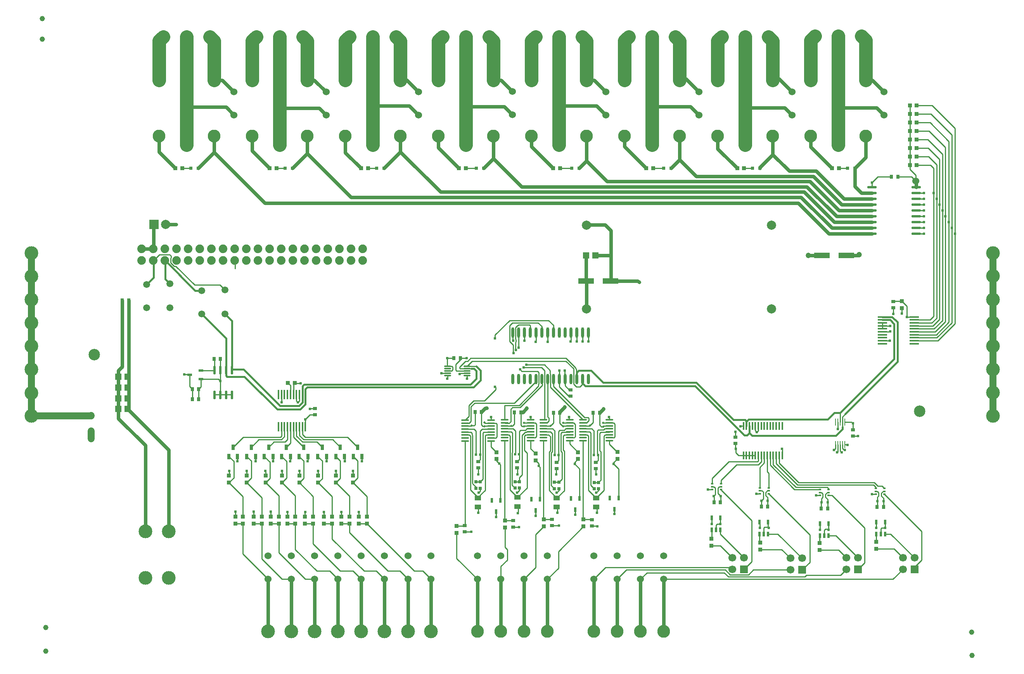
<source format=gtl>
G04 Layer: TopLayer*
G04 EasyEDA Pro v2.2.40.8, 2025-09-09 13:59:53*
G04 Gerber Generator version 0.3*
G04 Scale: 100 percent, Rotated: No, Reflected: No*
G04 Dimensions in millimeters*
G04 Leading zeros omitted, absolute positions, 4 integers and 5 decimals*
G04 Generated by one-click*
%FSLAX45Y45*%
%MOMM*%
%ADD10C,1.524*%
%ADD11C,3.0*%
%ADD12C,1.5*%
%ADD13R,0.8X0.9*%
%ADD14R,1.41X1.35001*%
%ADD15C,1.8796*%
%ADD16R,1.07X0.6*%
%ADD17R,2.0X2.0*%
%ADD18C,2.0022*%
%ADD19C,2.0*%
%ADD20R,3.49999X1.2*%
%ADD21R,0.8X0.8*%
%ADD22R,0.80648X0.86401*%
%ADD23R,0.86401X0.80648*%
%ADD24C,2.794*%
%ADD25O,2.08201X0.36401*%
%ADD26O,2.1X0.55999*%
%ADD27C,2.4*%
%ADD28R,0.9X0.8*%
%ADD29R,0.7X1.25001*%
%ADD30O,0.36401X2.08201*%
%ADD31O,0.4064X1.8034*%
%ADD32C,2.79999*%
%ADD33R,0.295X1.5*%
%ADD34O,1.62001X0.28001*%
%ADD35R,1.37701X1.13254*%
%ADD36R,0.56566X0.54*%
%ADD37O,1.73149X0.343*%
%ADD38O,0.6X2.3*%
%ADD39R,0.64X0.7*%
%ADD40R,0.6X1.1*%
%ADD41R,0.6X0.41999*%
%ADD42R,0.95001X1.2*%
%ADD43R,1.7X1.7*%
%ADD44C,1.7*%
%ADD45O,0.5684X1.95021*%
%ADD46R,0.6X1.07*%
%ADD47C,2.5*%
%ADD48C,1.152*%
%ADD49C,0.61*%
%ADD50C,1.2*%
%ADD51C,0.5*%
%ADD52C,0.8*%
%ADD53C,0.254*%
%ADD54C,0.4*%
G75*


G04 Pad Start*
G54D10*
G01X20307300Y10845800D03*
G01X5430450Y12794050D03*
G01X5430450Y12286050D03*
G01X7440825Y12788006D03*
G01X7440825Y12280006D03*
G01X9460125Y12788006D03*
G01X9460125Y12280006D03*
G01X11504825Y12800706D03*
G01X11504825Y12292706D03*
G01X13549525Y12788006D03*
G01X13549525Y12280006D03*
G01X17613525Y12788006D03*
G01X17613525Y12280006D03*
G01X15581525Y12788006D03*
G01X15581525Y12280006D03*
G01X19620125Y12788006D03*
G01X19620125Y12280006D03*
G54D11*
G01X4000500Y2171700D03*
G01X4000500Y3187700D03*
G01X3492500Y2171700D03*
G01X3492500Y3187700D03*
G54D12*
G01X3517900Y8077200D03*
G01X3517900Y8585200D03*
G01X4025900Y8597900D03*
G01X4025900Y8077200D03*
G01X4724400Y8451850D03*
G01X5232400Y8464550D03*
G01X5232400Y7943850D03*
G01X4724400Y7943850D03*
G54D13*
G01X3128079Y7409365D03*
G01X2988074Y7409365D03*
G01X3128079Y7202548D03*
G01X2988074Y7202548D03*
G01X3128079Y6995731D03*
G01X2988074Y6995731D03*
G01X3128079Y6788914D03*
G01X2988074Y6788914D03*
G01X3128079Y7616183D03*
G01X2988074Y7616183D03*
G01X3128079Y7823000D03*
G01X2988074Y7823000D03*
G01X3128079Y8029817D03*
G01X2988074Y8029817D03*
G01X3128079Y8236634D03*
G01X2988074Y8236634D03*
G54D14*
G01X3105798Y6567827D03*
G01X2905798Y6567827D03*
G01X3105798Y6332463D03*
G01X2905798Y6332463D03*
G01X3105798Y6097099D03*
G01X2905798Y6097099D03*
G01X3105798Y5861734D03*
G01X2905798Y5861734D03*
G54D13*
G01X4516932Y6080725D03*
G01X4656936Y6080725D03*
G01X4516932Y6298139D03*
G01X4656936Y6298139D03*
G01X4993226Y6960046D03*
G01X5133231Y6960046D03*
G54D15*
G01X3414250Y9110668D03*
G01X3668249Y9110668D03*
G01X3922249Y9110668D03*
G01X4176248Y9110668D03*
G01X4430248Y9110668D03*
G01X4684247Y9110668D03*
G01X4938247Y9110668D03*
G01X5192246Y9110668D03*
G01X5446246Y9110668D03*
G01X5700245Y9110668D03*
G01X5954245Y9110668D03*
G01X6208244Y9110668D03*
G01X6462244Y9110668D03*
G01X6462244Y9364667D03*
G01X6208244Y9364667D03*
G01X5954245Y9364667D03*
G01X5700245Y9364667D03*
G01X5446246Y9364667D03*
G01X5192246Y9364667D03*
G01X4938247Y9364667D03*
G01X4684247Y9364667D03*
G01X4430248Y9364667D03*
G01X4176248Y9364667D03*
G01X3922249Y9364667D03*
G01X3668249Y9364667D03*
G01X3414250Y9364667D03*
G01X6716243Y9110668D03*
G01X6716243Y9364667D03*
G01X6970243Y9110668D03*
G01X6970243Y9364667D03*
G01X7224242Y9110668D03*
G01X7224242Y9364667D03*
G01X7478242Y9110668D03*
G01X7478242Y9364667D03*
G01X7732241Y9110668D03*
G01X7732241Y9364667D03*
G01X7986241Y9110668D03*
G01X7986241Y9364667D03*
G01X8240240Y9110668D03*
G01X8240240Y9364667D03*
G54D16*
G01X4708140Y6515980D03*
G01X4708140Y6705972D03*
G01X4461125Y6610976D03*
G54D17*
G01X3683000Y9893300D03*
G54D19*
G01X3937000Y9893300D03*
G54D13*
G01X19780098Y10934700D03*
G01X19920102Y10934700D03*
G54D20*
G01X18797284Y9220241D03*
G01X18263300Y9220241D03*
G54D21*
G01X18981699Y11122594D03*
G01X18821806Y11121883D03*
G01X4647712Y11122594D03*
G01X4487819Y11121883D03*
G01X6706636Y11122594D03*
G01X6546743Y11121883D03*
G01X8702060Y11122594D03*
G01X8542167Y11121883D03*
G01X10875508Y11122594D03*
G01X10715615Y11121883D03*
G01X12963599Y11122594D03*
G01X12803706Y11121883D03*
G01X14968795Y11122594D03*
G01X14808902Y11121883D03*
G01X16910075Y11122594D03*
G01X16750182Y11121883D03*
G54D22*
G01X20181164Y11193478D03*
G01X20331836Y11193478D03*
G01X20181164Y11378850D03*
G01X20331836Y11378850D03*
G01X20181164Y11564223D03*
G01X20331836Y11564223D03*
G01X20181164Y11749596D03*
G01X20331836Y11749596D03*
G01X20181164Y11934968D03*
G01X20331836Y11934968D03*
G01X20181164Y12120341D03*
G01X20331836Y12120341D03*
G01X20181164Y12305714D03*
G01X20331836Y12305714D03*
G01X20181164Y12491086D03*
G01X20331836Y12491086D03*
G01X4300418Y11121696D03*
G01X4149745Y11121696D03*
G01X6359342Y11121696D03*
G01X6208669Y11121696D03*
G01X8354766Y11121696D03*
G01X8204093Y11121696D03*
G01X10489890Y11121696D03*
G01X10339217Y11121696D03*
G01X12546533Y11121696D03*
G01X12395860Y11121696D03*
G01X14580057Y11121696D03*
G01X14429384Y11121696D03*
G01X16562781Y11121696D03*
G01X16412108Y11121696D03*
G01X18634405Y11121696D03*
G01X18483732Y11121696D03*
G54D23*
G01X20007975Y8066938D03*
G01X20007975Y8217611D03*
G54D24*
G01X3796107Y13049126D03*
G01X4396055Y11629113D03*
G01X4996054Y11829113D03*
G01X3796057Y11829113D03*
G01X4996003Y13049126D03*
G01X5828107Y13049126D03*
G01X6428055Y11629113D03*
G01X7028054Y11829113D03*
G01X5828057Y11829113D03*
G01X7028003Y13049126D03*
G01X7860107Y13049126D03*
G01X8460055Y11629113D03*
G01X9060054Y11829113D03*
G01X7860057Y11829113D03*
G01X9060003Y13049126D03*
G01X9892107Y13049126D03*
G01X10492055Y11629113D03*
G01X11092054Y11829113D03*
G01X9892057Y11829113D03*
G01X11092003Y13049126D03*
G01X11924107Y13049126D03*
G01X12524055Y11629113D03*
G01X13124054Y11829113D03*
G01X11924057Y11829113D03*
G01X13124003Y13049126D03*
G01X13956107Y13049126D03*
G01X14556055Y11629113D03*
G01X15156054Y11829113D03*
G01X13956057Y11829113D03*
G01X15156003Y13049126D03*
G01X15988107Y13049126D03*
G01X16588055Y11629113D03*
G01X17188054Y11829113D03*
G01X15988057Y11829113D03*
G01X17188003Y13049126D03*
G01X18020107Y13049126D03*
G01X18620055Y11629113D03*
G01X19220054Y11829113D03*
G01X18020057Y11829113D03*
G01X19220003Y13049126D03*
G54D25*
G01X19582677Y7875981D03*
G01X19582677Y7810983D03*
G01X19582677Y7745984D03*
G01X19582677Y7680985D03*
G01X19582677Y7615961D03*
G01X19582677Y7550963D03*
G01X19582677Y7485964D03*
G01X19582677Y7420966D03*
G01X19582677Y7355967D03*
G01X19582677Y7290968D03*
G01X20280873Y7875981D03*
G01X20280873Y7810983D03*
G01X20280873Y7745984D03*
G01X20280873Y7680985D03*
G01X20280873Y7615961D03*
G01X20280873Y7550963D03*
G01X20280873Y7485964D03*
G01X20280873Y7420966D03*
G01X20280873Y7355967D03*
G01X20280873Y7290968D03*
G54D26*
G01X20317409Y9690100D03*
G01X20317409Y9817100D03*
G01X20317409Y9944100D03*
G01X20317409Y10071100D03*
G01X20317409Y10198100D03*
G01X20317409Y10325100D03*
G01X20317409Y10452100D03*
G01X20317409Y10579100D03*
G01X20317409Y10706100D03*
G01X19357391Y9690100D03*
G01X19357391Y9817100D03*
G01X19357391Y9944100D03*
G01X19357391Y10071100D03*
G01X19357391Y10198100D03*
G01X19357391Y10325100D03*
G01X19357391Y10452100D03*
G01X19357391Y10579100D03*
G01X19357391Y10706100D03*
G54D27*
G01X4902200Y13995400D03*
G01X4394200Y13995400D03*
G01X3886200Y13995400D03*
G01X6934200Y13995400D03*
G01X6426200Y13995400D03*
G01X5918200Y13995400D03*
G01X8966200Y13995400D03*
G01X8458200Y13995400D03*
G01X7950200Y13995400D03*
G01X10998200Y13995400D03*
G01X10490200Y13995400D03*
G01X9982200Y13995400D03*
G01X13030200Y13995400D03*
G01X12522200Y13995400D03*
G01X12014200Y13995400D03*
G01X15062200Y13995400D03*
G01X14554200Y13995400D03*
G01X14046200Y13995400D03*
G01X17094200Y13995400D03*
G01X16586200Y13995400D03*
G01X16078200Y13995400D03*
G01X19126200Y14008100D03*
G01X18618200Y14008100D03*
G01X18110200Y14008100D03*
G54D28*
G01X19817475Y8212277D03*
G01X19817475Y8072272D03*
G01X7193331Y5736629D03*
G01X7193331Y5876634D03*
G54D11*
G01X9728200Y1003300D03*
G01X9228328Y1003300D03*
G01X8712200Y1003300D03*
G01X8204200Y1003300D03*
G01X7696200Y1003300D03*
G01X7188200Y1003300D03*
G01X6680200Y1003300D03*
G01X6172200Y1003300D03*
G54D29*
G01X5315204Y4827600D03*
G01X5505196Y4827600D03*
G01X5410200Y5027600D03*
G01X5708904Y4827600D03*
G01X5898896Y4827600D03*
G01X5803900Y5027600D03*
G01X6089904Y4827600D03*
G01X6279896Y4827600D03*
G01X6184900Y5027600D03*
G01X6470904Y4827600D03*
G01X6660896Y4827600D03*
G01X6565900Y5027600D03*
G01X6851904Y4827600D03*
G01X7041896Y4827600D03*
G01X6946900Y5027600D03*
G01X7258304Y4827600D03*
G01X7448296Y4827600D03*
G01X7353300Y5027600D03*
G01X7652004Y4827600D03*
G01X7841996Y4827600D03*
G01X7747000Y5027600D03*
G01X8033004Y4827600D03*
G01X8222996Y4827600D03*
G01X8128000Y5027600D03*
G54D22*
G01X6604781Y6435392D03*
G01X6755454Y6435392D03*
G54D23*
G01X5622097Y3510530D03*
G01X5622097Y3359857D03*
G01X5456997Y3510530D03*
G01X5456997Y3359857D03*
G01X6034781Y3510530D03*
G01X6034781Y3359857D03*
G01X5856981Y3510530D03*
G01X5856981Y3359857D03*
G01X6405650Y3510530D03*
G01X6405650Y3359857D03*
G01X6227850Y3510530D03*
G01X6227850Y3359857D03*
G01X6767666Y3510530D03*
G01X6767666Y3359857D03*
G01X6591300Y3510530D03*
G01X6591300Y3359857D03*
G01X7155589Y3510530D03*
G01X7155589Y3359857D03*
G01X6977789Y3510530D03*
G01X6977789Y3359857D03*
G01X7567762Y3510530D03*
G01X7567762Y3359857D03*
G01X7389962Y3510530D03*
G01X7389962Y3359857D03*
G01X7945225Y3510530D03*
G01X7945225Y3359857D03*
G01X7767959Y3510530D03*
G01X7767959Y3359857D03*
G01X8326558Y3510530D03*
G01X8326558Y3359857D03*
G01X8148758Y3510530D03*
G01X8148758Y3359857D03*
G54D30*
G01X6985966Y6174890D03*
G01X6920968Y6174890D03*
G01X6855969Y6174890D03*
G01X6790971Y6174890D03*
G01X6725947Y6174890D03*
G01X6660948Y6174890D03*
G01X6595949Y6174890D03*
G01X6530951Y6174890D03*
G01X6465952Y6174890D03*
G01X6400954Y6174890D03*
G01X6985966Y5476695D03*
G01X6920968Y5476695D03*
G01X6855969Y5476695D03*
G01X6790971Y5476695D03*
G01X6725947Y5476695D03*
G01X6660948Y5476695D03*
G01X6595949Y5476695D03*
G01X6530951Y5476695D03*
G01X6465952Y5476695D03*
G01X6400954Y5476695D03*
G54D28*
G01X18935918Y5271170D03*
G01X18935918Y5411175D03*
G01X16376088Y5248269D03*
G01X16376088Y5108265D03*
G54D23*
G01X18211800Y2782164D03*
G01X18211800Y2932836D03*
G01X19443700Y2807564D03*
G01X19443700Y2958236D03*
G54D31*
G01X16548986Y4849700D03*
G01X16613984Y4849700D03*
G01X16679008Y4849700D03*
G01X16744007Y4849700D03*
G01X16809005Y4849700D03*
G01X16874004Y4849700D03*
G01X16939003Y4849700D03*
G01X17004001Y4849700D03*
G01X17069000Y4849700D03*
G01X17133998Y4849700D03*
G01X17198997Y4849700D03*
G01X17263996Y4849700D03*
G01X17328994Y4849700D03*
G01X17394018Y4849700D03*
G01X17394018Y5489679D03*
G01X17328994Y5489679D03*
G01X17263996Y5489679D03*
G01X17198997Y5489679D03*
G01X17133998Y5489679D03*
G01X17069000Y5489679D03*
G01X17004001Y5489679D03*
G01X16939003Y5489679D03*
G01X16874004Y5489679D03*
G01X16809005Y5489679D03*
G01X16744007Y5489679D03*
G01X16679008Y5489679D03*
G01X16614010Y5489679D03*
G01X16549011Y5489679D03*
G54D32*
G01X14808200Y1003300D03*
G01X14300200Y1003300D03*
G01X13792200Y1003300D03*
G01X13284200Y1003300D03*
G54D11*
G01X21996400Y9271000D03*
G01X21996400Y8771128D03*
G01X21996400Y8255000D03*
G01X21996400Y7747000D03*
G01X21996400Y7239000D03*
G01X21996400Y6731000D03*
G01X21996400Y6223000D03*
G01X21996400Y5715000D03*
G01X1003300Y5715000D03*
G01X1003300Y6214872D03*
G01X1003300Y6731000D03*
G01X1003300Y7239000D03*
G01X1003300Y7747000D03*
G01X1003300Y8255000D03*
G01X1003300Y8763000D03*
G01X1003300Y9271000D03*
G54D33*
G01X18759527Y5579894D03*
G01X18709515Y5579894D03*
G01X18659528Y5579894D03*
G01X18609515Y5579894D03*
G01X18559528Y5579894D03*
G01X18559528Y5089674D03*
G01X18609515Y5089674D03*
G01X18659528Y5089674D03*
G01X18709515Y5089674D03*
G01X18759527Y5089674D03*
G54D13*
G01X10369702Y6972300D03*
G01X10229698Y6972300D03*
G54D32*
G01X12268200Y1003300D03*
G01X11760200Y1003300D03*
G01X11252200Y1003300D03*
G01X10744200Y1003300D03*
G54D34*
G01X10088702Y6792900D03*
G01X10088702Y6742887D03*
G01X10088702Y6692900D03*
G01X10088702Y6642887D03*
G01X10088702Y6592900D03*
G01X10510698Y6792900D03*
G01X10510698Y6742887D03*
G01X10510698Y6692900D03*
G01X10510698Y6642887D03*
G01X10510698Y6592900D03*
G54D28*
G01X10460415Y3318611D03*
G01X10460415Y3178606D03*
G01X11525031Y3426286D03*
G01X11525031Y3286281D03*
G01X12370992Y3453064D03*
G01X12370992Y3313059D03*
G01X13237849Y3448165D03*
G01X13237849Y3308160D03*
G54D23*
G01X10288874Y3308582D03*
G01X10288874Y3157910D03*
G01X11344315Y3426467D03*
G01X11344315Y3275794D03*
G01X12190517Y3453478D03*
G01X12190517Y3302805D03*
G01X13057374Y3448579D03*
G01X13057374Y3297906D03*
G54D28*
G01X12771402Y6283611D03*
G01X12771402Y6143606D03*
G54D20*
G01X13114244Y8663221D03*
G01X13648228Y8663221D03*
G54D13*
G01X10829008Y5794618D03*
G01X10689003Y5794618D03*
G54D28*
G01X10756900Y4578198D03*
G01X10756900Y4718202D03*
G54D13*
G01X11690502Y5791200D03*
G01X11550498Y5791200D03*
G54D28*
G01X11607800Y4578198D03*
G01X11607800Y4718202D03*
G54D13*
G01X12541402Y5778500D03*
G01X12401398Y5778500D03*
G54D28*
G01X12470332Y4559017D03*
G01X12470332Y4699022D03*
G54D13*
G01X13407826Y5780295D03*
G01X13267821Y5780295D03*
G54D28*
G01X13328823Y4559017D03*
G01X13328823Y4699022D03*
G54D35*
G01X10755127Y3920519D03*
G01X10755127Y3720520D03*
G54D36*
G01X10713618Y4864100D03*
G01X10800182Y4864100D03*
G54D35*
G01X11616276Y3933219D03*
G01X11616276Y3733220D03*
G54D36*
G01X11564518Y4876800D03*
G01X11651082Y4876800D03*
G54D35*
G01X12474767Y3920519D03*
G01X12474767Y3720520D03*
G54D36*
G01X12427406Y4858310D03*
G01X12513969Y4858310D03*
G54D35*
G01X13333258Y3920519D03*
G01X13333258Y3720520D03*
G54D36*
G01X13285897Y4858310D03*
G01X13372460Y4858310D03*
G54D37*
G01X10470636Y5621176D03*
G01X10470636Y5556178D03*
G01X10470636Y5491179D03*
G01X10470636Y5426155D03*
G01X10470636Y5361156D03*
G01X10470636Y5296158D03*
G01X10470636Y5231159D03*
G01X10470636Y5166161D03*
G01X11043787Y5621176D03*
G01X11043787Y5556178D03*
G01X11043787Y5491179D03*
G01X11043787Y5426155D03*
G01X11043787Y5361156D03*
G01X11043787Y5296158D03*
G01X11043787Y5231159D03*
G01X11043787Y5166161D03*
G54D38*
G01X11509858Y6520656D03*
G01X11636858Y6520656D03*
G01X11763858Y6520656D03*
G01X11890858Y6520656D03*
G01X12017858Y6520656D03*
G01X12144858Y6520656D03*
G01X12271858Y6520656D03*
G01X12398858Y6520656D03*
G01X12525858Y6520656D03*
G01X12652858Y6520656D03*
G01X12779858Y6520656D03*
G01X12906858Y6520656D03*
G01X13033858Y6520656D03*
G01X13160858Y6520656D03*
G01X11509858Y7532160D03*
G01X11636858Y7532160D03*
G01X11763858Y7532160D03*
G01X11890858Y7532160D03*
G01X12017858Y7532160D03*
G01X12144858Y7532160D03*
G01X12271858Y7532160D03*
G01X12398858Y7532160D03*
G01X12525858Y7532160D03*
G01X12652858Y7532160D03*
G01X12779858Y7532160D03*
G01X12906858Y7532160D03*
G01X13033858Y7532160D03*
G01X13160858Y7532160D03*
G54D39*
G01X10803890Y4273702D03*
G01X10803890Y4133698D03*
G01X10709910Y4273702D03*
G01X10709910Y4133698D03*
G54D37*
G01X11333925Y5625008D03*
G01X11333925Y5560009D03*
G01X11333925Y5495011D03*
G01X11333925Y5429987D03*
G01X11333925Y5364988D03*
G01X11333925Y5299989D03*
G01X11333925Y5234991D03*
G01X11333925Y5169992D03*
G01X11907076Y5625008D03*
G01X11907076Y5560009D03*
G01X11907076Y5495011D03*
G01X11907076Y5429987D03*
G01X11907076Y5364988D03*
G01X11907076Y5299989D03*
G01X11907076Y5234991D03*
G01X11907076Y5169992D03*
G54D39*
G01X11658831Y4274801D03*
G01X11658831Y4134796D03*
G01X11564851Y4274801D03*
G01X11564851Y4134796D03*
G54D37*
G01X12184825Y5625008D03*
G01X12184825Y5560009D03*
G01X12184825Y5495011D03*
G01X12184825Y5429987D03*
G01X12184825Y5364988D03*
G01X12184825Y5299989D03*
G01X12184825Y5234991D03*
G01X12184825Y5169992D03*
G01X12757976Y5625008D03*
G01X12757976Y5560009D03*
G01X12757976Y5495011D03*
G01X12757976Y5429987D03*
G01X12757976Y5364988D03*
G01X12757976Y5299989D03*
G01X12757976Y5234991D03*
G01X12757976Y5169992D03*
G54D39*
G01X12517322Y4262101D03*
G01X12517322Y4122096D03*
G01X12423342Y4262101D03*
G01X12423342Y4122096D03*
G54D37*
G01X13048425Y5625008D03*
G01X13048425Y5560009D03*
G01X13048425Y5495011D03*
G01X13048425Y5429987D03*
G01X13048425Y5364988D03*
G01X13048425Y5299989D03*
G01X13048425Y5234991D03*
G01X13048425Y5169992D03*
G01X13621576Y5625008D03*
G01X13621576Y5560009D03*
G01X13621576Y5495011D03*
G01X13621576Y5429987D03*
G01X13621576Y5364988D03*
G01X13621576Y5299989D03*
G01X13621576Y5234991D03*
G01X13621576Y5169992D03*
G54D39*
G01X13381990Y4261002D03*
G01X13381990Y4120998D03*
G01X13288010Y4261002D03*
G01X13288010Y4120998D03*
G54D14*
G01X13313768Y9221228D03*
G01X13113768Y9221228D03*
G54D13*
G01X15906608Y3823899D03*
G01X16046613Y3823899D03*
G01X16939669Y3730572D03*
G01X17079674Y3730572D03*
G01X18247769Y3692144D03*
G01X18387774Y3692144D03*
G54D23*
G01X15852587Y2879594D03*
G01X15852587Y3030266D03*
G54D40*
G01X15856204Y3482810D03*
G01X16046196Y3482810D03*
G01X16046196Y3222790D03*
G01X15951200Y3222790D03*
G01X15856204Y3222790D03*
G54D41*
G01X16058896Y4230599D03*
G01X16058896Y4165600D03*
G01X16058896Y4100601D03*
G01X15868904Y4100601D03*
G01X15868904Y4165600D03*
G01X15868904Y4230599D03*
G54D23*
G01X16916400Y2794864D03*
G01X16916400Y2945536D03*
G54D13*
G01X19466969Y3721529D03*
G01X19606974Y3721529D03*
G54D23*
G01X6116579Y4407176D03*
G01X6116579Y4256503D03*
G01X5703763Y4407176D03*
G01X5703763Y4256503D03*
G01X5320326Y4407176D03*
G01X5320326Y4256503D03*
G01X8024787Y4407176D03*
G01X8024787Y4256503D03*
G01X7650071Y4407176D03*
G01X7650071Y4256503D03*
G01X7266502Y4407176D03*
G01X7266502Y4256503D03*
G01X6853818Y4407176D03*
G01X6853818Y4256503D03*
G01X6478595Y4407176D03*
G01X6478595Y4256503D03*
G54D42*
G01X2311400Y5379898D03*
G01X2311400Y5719902D03*
G54D43*
G01X16560800Y2362200D03*
G54D44*
G01X16560800Y2616200D03*
G01X16306800Y2362200D03*
G01X16306800Y2616200D03*
G54D43*
G01X17830800Y2349500D03*
G54D44*
G01X17830800Y2603500D03*
G01X17576800Y2349500D03*
G01X17576800Y2603500D03*
G54D43*
G01X19050000Y2362200D03*
G54D44*
G01X19050000Y2616200D03*
G01X18796000Y2362200D03*
G01X18796000Y2616200D03*
G54D43*
G01X20281900Y2362200D03*
G54D44*
G01X20281900Y2616200D03*
G01X20027900Y2362200D03*
G01X20027900Y2616200D03*
G54D40*
G01X16897604Y3393910D03*
G01X17087596Y3393910D03*
G01X17087596Y3133890D03*
G01X16992600Y3133890D03*
G01X16897604Y3133890D03*
G54D41*
G01X17100296Y4141699D03*
G01X17100296Y4076700D03*
G01X17100296Y4011701D03*
G01X16910304Y4011701D03*
G01X16910304Y4076700D03*
G01X16910304Y4141699D03*
G54D40*
G01X18218404Y3355810D03*
G01X18408396Y3355810D03*
G01X18408396Y3095790D03*
G01X18313400Y3095790D03*
G01X18218404Y3095790D03*
G54D41*
G01X18408396Y4103599D03*
G01X18408396Y4038600D03*
G01X18408396Y3973601D03*
G01X18218404Y3973601D03*
G01X18218404Y4038600D03*
G01X18218404Y4103599D03*
G54D40*
G01X19450304Y3393910D03*
G01X19640296Y3393910D03*
G01X19640296Y3133890D03*
G01X19545300Y3133890D03*
G01X19450304Y3133890D03*
G54D41*
G01X19627596Y4128999D03*
G01X19627596Y4064000D03*
G01X19627596Y3999001D03*
G01X19437604Y3999001D03*
G01X19437604Y4064000D03*
G01X19437604Y4128999D03*
G54D19*
G01X13119355Y9882655D03*
G01X13119355Y8053855D03*
G01X17157955Y8053855D03*
G01X17157955Y9882655D03*
G54D45*
G01X5003800Y6168390D03*
G01X5130800Y6168390D03*
G01X5257800Y6168390D03*
G01X5384800Y6168390D03*
G01X5003800Y6709410D03*
G01X5130800Y6709410D03*
G01X5257800Y6709410D03*
G01X5384800Y6709410D03*
G54D46*
G01X11245596Y3870008D03*
G01X11055604Y3870008D03*
G01X11150600Y3622993D03*
G01X12109196Y3895408D03*
G01X11919204Y3895408D03*
G01X12014200Y3648393D03*
G01X13823696Y3920808D03*
G01X13633704Y3920808D03*
G01X13728700Y3673793D03*
G01X12972796Y3908108D03*
G01X12782804Y3908108D03*
G01X12877800Y3661093D03*
G54D23*
G01X11155136Y4770608D03*
G01X11155136Y4921280D03*
G01X13796736Y4775426D03*
G01X13796736Y4926099D03*
G01X12011122Y4889020D03*
G01X12011122Y4738347D03*
G01X12938222Y4920259D03*
G01X12938222Y4769587D03*
G54D10*
G01X6172200Y2654300D03*
G01X6680200Y2654300D03*
G01X7188200Y2654300D03*
G01X7694634Y2654300D03*
G01X8201918Y2654300D03*
G01X8712200Y2654300D03*
G01X9225437Y2654300D03*
G01X9726753Y2654300D03*
G01X6172200Y2146300D03*
G01X6680200Y2146300D03*
G01X7190075Y2146300D03*
G01X7696200Y2146300D03*
G01X8202633Y2146300D03*
G01X8710580Y2146300D03*
G01X9229136Y2146300D03*
G01X9728200Y2146300D03*
G01X10744200Y2654300D03*
G01X10744200Y2146300D03*
G01X11252200Y2146300D03*
G01X11252200Y2654300D03*
G01X11760200Y2146300D03*
G01X11760200Y2654300D03*
G01X12268200Y2146300D03*
G01X12268200Y2654300D03*
G01X13284200Y2146300D03*
G01X13284200Y2654300D03*
G01X13792200Y2654300D03*
G01X13792200Y2146300D03*
G01X14300200Y2146300D03*
G01X14300200Y2654300D03*
G01X14808200Y2146300D03*
G01X14808200Y2654300D03*
G54D47*
G01X20396200Y5816600D03*
G01X2374900Y7048500D03*
G54D48*
G01X21539200Y482600D03*
G01X1320800Y571500D03*
G01X1244600Y14389100D03*
G01X1244600Y13944600D03*
G01X1320800Y1092200D03*
G01X21526500Y990600D03*
G04 Pad End*

G04 Via Start*
G54D49*
G01X5130800Y6477000D03*
G01X20701000Y10579100D03*
G01X20764500Y10452100D03*
G01X20828000Y10325100D03*
G01X20891500Y10198100D03*
G01X20955000Y10071100D03*
G01X21031200Y9944100D03*
G01X21094700Y9817100D03*
G01X21163675Y9691675D03*
G01X20487401Y10578008D03*
G01X20487401Y10454764D03*
G01X20487401Y10324686D03*
G01X20487401Y10196931D03*
G01X20485100Y10071100D03*
G01X20485100Y9946067D03*
G01X20485100Y9820635D03*
G01X20485100Y9690557D03*
G01X19741275Y7354875D03*
G01X19753975Y7676606D03*
G01X19354800Y10807700D03*
G01X4165600Y9893300D03*
G01X6883400Y6426200D03*
G01X6819900Y6007100D03*
G01X6985000Y5638800D03*
G01X6464300Y6007100D03*
G01X16843417Y5360189D03*
G01X17389517Y4991889D03*
G01X16380482Y4991889D03*
G01X16376060Y5369298D03*
G01X18935921Y5553395D03*
G01X4343400Y6616700D03*
G01X20114631Y7875975D03*
G54D50*
G01X19076392Y9232941D03*
G01X17967881Y9220220D03*
G54D49*
G01X19050000Y5270500D03*
G01X18821400Y5080000D03*
G01X18605500Y5422900D03*
G01X7086600Y5867400D03*
G01X10606828Y3183818D03*
G01X11652055Y3285407D03*
G01X12520119Y3319586D03*
G01X13356360Y3301959D03*
G01X10083800Y6972300D03*
G01X10503119Y6972272D03*
G54D51*
G01X10896911Y5571468D03*
G54D49*
G01X10756900Y4433809D03*
G01X10756900Y3594100D03*
G01X10769600Y4038600D03*
G01X11611841Y4432987D03*
G01X11624541Y3591191D03*
G54D51*
G01X11760200Y5562600D03*
G01X10617200Y5499100D03*
G01X11477858Y5495000D03*
G01X11760200Y5486400D03*
G01X10896600Y5486400D03*
G01X12335990Y5495000D03*
G01X12611100Y5562600D03*
G01X12611100Y5485001D03*
G54D49*
G01X12462979Y4432212D03*
G01X12484100Y3594100D03*
G01X12474768Y4033428D03*
G01X11607800Y4040346D03*
G01X13347700Y3594100D03*
G01X13333258Y4436321D03*
G01X13335000Y4035498D03*
G54D51*
G01X13487400Y5562600D03*
G01X13487400Y5478974D03*
G01X13195300Y5499100D03*
G54D49*
G01X12776200Y7340600D03*
G01X13036519Y7340600D03*
G01X12911808Y7340600D03*
G01X12649200Y6705600D03*
G01X12527526Y6705600D03*
G01X13161229Y7340600D03*
G01X11518900Y7353300D03*
G01X11765667Y7353300D03*
G01X12014200Y7327900D03*
G01X12276111Y7327900D03*
G01X11043787Y5687135D03*
G01X11899900Y5689600D03*
G01X12738100Y5689600D03*
G01X13613607Y5689600D03*
G54D52*
G01X10947400Y5880100D03*
G01X11820231Y5880100D03*
G01X12649200Y5905500D03*
G01X13498480Y5869195D03*
G54D49*
G01X16484600Y5486400D03*
G01X20007975Y7951094D03*
G01X19748500Y7556500D03*
G01X19821932Y7943474D03*
G01X16042875Y3352800D03*
G01X15859285Y3352800D03*
G01X15900400Y3962400D03*
G01X16048122Y3962400D03*
G01X16941800Y3860800D03*
G01X17077577Y3860800D03*
G01X16903700Y3263900D03*
G01X17099445Y3263900D03*
G01X18218891Y3225800D03*
G01X18407602Y3225800D03*
G01X18249900Y3822700D03*
G01X18384601Y3822700D03*
G01X19450304Y3263900D03*
G01X19639187Y3263900D03*
G01X19469100Y3848100D03*
G01X19606340Y3848100D03*
G01X18524500Y4965700D03*
G01X19354800Y4000500D03*
G01X18131052Y3973601D03*
G01X16826744Y4011701D03*
G01X15769562Y4100603D03*
G01X5461000Y3619500D03*
G01X5856981Y3619500D03*
G01X6227496Y3619500D03*
G01X6591301Y3615492D03*
G01X6980331Y3615492D03*
G01X7393117Y3615492D03*
G01X7768625Y3615492D03*
G01X8148680Y3615492D03*
G01X5321300Y4508500D03*
G01X5703766Y4508356D03*
G01X6108700Y4508500D03*
G01X6473656Y4508500D03*
G01X6853710Y4508500D03*
G01X7650071Y4508356D03*
G01X8026605Y4508356D03*
G01X5505347Y4724472D03*
G01X5900513Y4724328D03*
G01X6280047Y4724472D03*
G01X6657703Y4724472D03*
G01X7037758Y4724472D03*
G01X7450549Y4724328D03*
G01X7846818Y4724328D03*
G01X8223353Y4724328D03*
G01X7264400Y4508500D03*
G54D12*
G01X2311400Y5212292D03*
G54D49*
G01X18592800Y4914900D03*
G01X18689752Y4913385D03*
G01X18757900Y4964174D03*
G54D52*
G01X14274519Y8632747D03*
G54D49*
G01X11531600Y7086600D03*
G01X11582400Y7150100D03*
G01X11640038Y7207014D03*
G01X11671300Y6731000D03*
G01X11747500Y6769100D03*
G01X11811000Y6832600D03*
G01X11125200Y7404100D03*
G01X11125200Y6350000D03*
G01X11150600Y3505200D03*
G01X12014200Y3530600D03*
G01X12877800Y3556000D03*
G01X13728700Y3568700D03*
G01X11221197Y4669222D03*
G01X12077700Y4622800D03*
G01X12865100Y4660900D03*
G01X13716000Y4660900D03*
G01X9956800Y6642100D03*
G01X10083800Y6527800D03*
G01X10515600Y6527800D03*
G01X10350500Y6629400D03*
G04 Via End*

G04 Track Start*
G54D53*
G01X4516932Y6080725D02*
G01X4516932Y6298139D01*
G01X4656936Y6080725D02*
G01X4656936Y6298139D01*
G01X4461125Y6610976D02*
G01X4461125Y6353946D01*
G01X4516932Y6298139D01*
G01X4708140Y6515980D02*
G01X4708140Y6349343D01*
G01X4656936Y6298139D01*
G01X4708140Y6705972D02*
G01X4977977Y6705972D01*
G01X5001292Y6729287D01*
G01X5001292Y6174805D02*
G01X5128292Y6174805D01*
G01X5130800Y6177313D01*
G01X5130800Y6477000D01*
G01X5130800Y6726778D01*
G01X5128292Y6729287D01*
G01X4708140Y6515980D02*
G01X5091820Y6515980D01*
G01X5130800Y6477000D01*
G01X19741275Y7354875D02*
G01X19583770Y7354875D01*
G01X19582677Y7355967D01*
G54D52*
G01X4647712Y11122594D02*
G01X4996054Y11470936D01*
G01X4996054Y11829113D01*
G01X18981699Y11122594D02*
G01X19220054Y11360949D01*
G01X19220054Y11829113D01*
G01X18483732Y11121696D02*
G01X18020057Y11585372D01*
G01X18020057Y11829113D01*
G01X16412108Y11121696D02*
G01X15988057Y11545748D01*
G01X15988057Y11829113D01*
G54D53*
G01X16562781Y11121696D02*
G01X16749996Y11121696D01*
G01X16750182Y11121883D01*
G01X18634405Y11121696D02*
G01X18821620Y11121696D01*
G01X18821806Y11121883D01*
G54D52*
G01X14968795Y11122594D02*
G01X15156054Y11309853D01*
G01X15156054Y11829113D01*
G54D53*
G01X14808902Y11121883D02*
G01X14808716Y11121696D01*
G01X14580057Y11121696D01*
G54D52*
G01X14429384Y11121696D02*
G01X13956057Y11595024D01*
G01X13956057Y11829113D01*
G01X12963599Y11122594D02*
G01X13124054Y11283050D01*
G01X13124054Y11829113D01*
G54D53*
G01X12803706Y11121883D02*
G01X12546720Y11121883D01*
G01X12546533Y11121696D01*
G54D52*
G01X12395860Y11121696D02*
G01X11924057Y11593500D01*
G01X11924057Y11829113D01*
G01X10875508Y11122594D02*
G01X11092054Y11339140D01*
G01X11092054Y11829113D01*
G54D53*
G01X10489890Y11121696D02*
G01X10715428Y11121696D01*
G01X10715615Y11121883D01*
G54D52*
G01X10339217Y11121696D02*
G01X9892057Y11568857D01*
G01X9892057Y11829113D01*
G01X8702060Y11122594D02*
G01X9060054Y11480588D01*
G01X9060054Y11829113D01*
G54D53*
G01X8542167Y11121883D02*
G01X8541981Y11121696D01*
G01X8354766Y11121696D01*
G54D52*
G01X8204093Y11121696D02*
G01X7860057Y11465733D01*
G01X7860057Y11829113D01*
G01X6706636Y11122594D02*
G01X7028054Y11444012D01*
G01X7028054Y11829113D01*
G54D53*
G01X6359342Y11121696D02*
G01X6546557Y11121696D01*
G01X6546743Y11121883D01*
G54D52*
G01X6208669Y11121696D02*
G01X5828057Y11502309D01*
G01X5828057Y11829113D01*
G54D53*
G01X4487819Y11121883D02*
G01X4300605Y11121883D01*
G01X4300418Y11121696D01*
G54D52*
G01X16910075Y11122594D02*
G01X16910075Y11144275D01*
G01X17188054Y11422254D01*
G01X17188054Y11829113D01*
G54D53*
G01X19354800Y10807700D02*
G01X19481800Y10934700D01*
G01X19780098Y10934700D01*
G01X20307300Y10845800D02*
G01X20218400Y10934700D01*
G01X19920102Y10934700D01*
G01X20487401Y10578008D02*
G01X20318501Y10578008D01*
G01X20317409Y10579100D01*
G01X20317409Y10452100D02*
G01X20484738Y10452100D01*
G01X20487401Y10454764D01*
G01X20487401Y10324686D02*
G01X20317823Y10324686D01*
G01X20317409Y10325100D01*
G01X20317409Y10198100D02*
G01X20486233Y10198100D01*
G01X20487401Y10196931D01*
G01X20317409Y10071100D02*
G01X20485100Y10071100D01*
G01X20485100Y9946067D02*
G01X20483133Y9944100D01*
G01X20317409Y9944100D01*
G01X20317409Y9817100D02*
G01X20481565Y9817100D01*
G01X20485100Y9820635D01*
G01X20485100Y9690557D02*
G01X20317866Y9690557D01*
G01X20317409Y9690100D01*
G01X6725947Y6174890D02*
G01X6725947Y6405885D01*
G01X6755454Y6435392D01*
G01X6660948Y6174890D02*
G01X6660948Y6379225D01*
G01X6604781Y6435392D01*
G01X6883400Y6426200D02*
G01X6764646Y6426200D01*
G01X6755454Y6435392D01*
G01X6819900Y6007100D02*
G01X6855969Y6043169D01*
G01X6855969Y6174890D01*
G01X6819900Y6007100D02*
G01X6790971Y6036029D01*
G01X6790971Y6174890D01*
G01X6464300Y6007100D02*
G01X6464300Y6173238D01*
G01X6465952Y6174890D01*
G01X7193331Y5736629D02*
G01X7082829Y5736629D01*
G01X6985000Y5638800D01*
G01X6985000Y5477661D01*
G01X6985966Y5476695D01*
G01X16548986Y4849700D02*
G01X16613984Y4849700D01*
G01X16679008Y4849700D02*
G01X16744007Y4849700D01*
G01X16613984Y4849700D02*
G01X16679008Y4849700D01*
G01X16744007Y4849700D02*
G01X16809005Y4849700D01*
G01X16843417Y5360189D02*
G01X16874004Y5390776D01*
G01X16874004Y5489679D01*
G01X16843417Y5360189D02*
G01X16809005Y5394601D01*
G01X16809005Y5489679D01*
G01X16376088Y5108265D02*
G01X16376088Y4996283D01*
G01X16380482Y4991889D01*
G01X16380482Y4908725D01*
G01X16439507Y4849700D02*
G01X16548986Y4849700D01*
G01X16380482Y4908725D02*
G01X16439507Y4849700D01*
G01X18935921Y5411179D02*
G01X18935921Y5553395D01*
G01X18909422Y5579894D01*
G01X18759527Y5579894D01*
G54D11*
G01X3796107Y13049126D02*
G01X3796107Y13905307D01*
G01X3886200Y13995400D01*
G01X4396055Y13993545D02*
G01X4394200Y13995400D01*
G01X4996003Y13049126D02*
G01X4996003Y13901597D01*
G01X4902200Y13995400D01*
G01X5828107Y13049126D02*
G01X5828107Y13905307D01*
G01X5918200Y13995400D01*
G01X6426200Y13995400D02*
G01X6426200Y11630969D01*
G01X6428055Y11629113D01*
G01X6934200Y13995400D02*
G01X7028003Y13901597D01*
G01X7028003Y13049126D01*
G01X7950200Y13995400D02*
G01X7860107Y13905307D01*
G01X7860107Y13049126D01*
G01X8458200Y13995400D02*
G01X8458200Y11630969D01*
G01X8460055Y11629113D01*
G01X8966200Y13995400D02*
G01X9060003Y13901597D01*
G01X9982200Y13995400D02*
G01X9892107Y13905307D01*
G01X9892107Y13049126D01*
G01X10490200Y11630969D02*
G01X10492055Y11629113D01*
G01X10998200Y13995400D02*
G01X11092003Y13901597D01*
G01X11092003Y13049126D01*
G01X12014200Y13995400D02*
G01X11924107Y13905307D01*
G01X11924107Y13049126D01*
G01X12522200Y13995400D02*
G01X12524055Y13993545D01*
G01X13030200Y13995400D02*
G01X13124003Y13901597D01*
G01X13124003Y13049126D01*
G01X14046200Y13995400D02*
G01X13956107Y13905307D01*
G01X13956107Y13049126D01*
G01X14554200Y13995400D02*
G01X14554200Y11630969D01*
G01X14556055Y11629113D01*
G01X15062200Y13995400D02*
G01X15156003Y13901597D01*
G01X15156003Y13049126D01*
G01X16078200Y13995400D02*
G01X15988107Y13905307D01*
G01X15988107Y13049126D01*
G01X16586200Y13995400D02*
G01X16588055Y13993545D01*
G01X17094200Y13995400D02*
G01X17188003Y13901597D01*
G01X17188003Y13049126D01*
G01X18110200Y14008100D02*
G01X18020107Y13918007D01*
G01X18020107Y13049126D01*
G01X18618200Y11630969D02*
G01X18620055Y11629113D01*
G01X19220003Y13049126D02*
G01X19220003Y13914297D01*
G01X19126200Y14008100D01*
G54D53*
G01X6660948Y5476695D02*
G01X6660948Y5122648D01*
G01X6565900Y5027600D01*
G01X6725947Y5476695D02*
G01X6725947Y5248553D01*
G01X6946900Y5027600D01*
G01X6595949Y5476695D02*
G01X6595949Y5198949D01*
G01X6540500Y5143500D01*
G01X6300800Y5143500D01*
G01X6184900Y5027600D01*
G01X6530951Y5476695D02*
G01X6530951Y5260951D01*
G01X6464300Y5194300D01*
G01X5970600Y5194300D01*
G01X5803900Y5027600D01*
G01X6465952Y5476695D02*
G01X6465952Y5272152D01*
G01X6438900Y5245100D01*
G01X5627700Y5245100D01*
G01X5410200Y5027600D01*
G01X7237400Y5143500D02*
G01X7353300Y5027600D01*
G01X6855969Y5476695D02*
G01X6855969Y5285231D01*
G01X6946900Y5194300D02*
G01X7581900Y5194300D01*
G01X7747000Y5029200D01*
G01X7747000Y5027600D01*
G01X6855969Y5285231D02*
G01X6946900Y5194300D01*
G01X6920968Y5476695D02*
G01X6920968Y5309132D01*
G01X6985000Y5245100D01*
G01X7910500Y5245100D01*
G01X8128000Y5027600D01*
G01X5133231Y6960046D02*
G01X5133231Y6734226D01*
G01X5128292Y6729287D01*
G01X4993226Y6960046D02*
G01X5001292Y6951980D01*
G01X5001292Y6729287D01*
G01X4343400Y6616700D02*
G01X4455401Y6616700D01*
G01X4461125Y6610976D01*
G01X20114631Y7875975D02*
G01X20280866Y7875975D01*
G01X19357391Y10805109D02*
G01X19354800Y10807700D01*
G01X19357391Y10706100D02*
G01X19357391Y10805109D01*
G54D52*
G01X3796057Y11475385D02*
G01X3796057Y11829113D01*
G01X4149745Y11121696D02*
G01X3796057Y11475385D01*
G54D53*
G01X20702092Y10578008D02*
G01X20701000Y10579100D01*
G01X20767091Y10449509D02*
G01X20764500Y10452100D01*
G01X20832089Y10321011D02*
G01X20828000Y10325100D01*
G01X20962112Y10063988D02*
G01X20955000Y10071100D01*
G01X21027111Y9940011D02*
G01X21031200Y9944100D01*
G54D52*
G01X19357391Y10579100D02*
G01X19126200Y10579100D01*
G01X18981699Y10723601D02*
G01X18981699Y11122594D01*
G01X19126200Y10579100D02*
G01X18981699Y10723601D01*
G01X19357391Y10452100D02*
G01X18745200Y10452100D01*
G01X18135600Y11061700D01*
G01X17548609Y11061700D01*
G01X17188054Y11422254D01*
G01X15518507Y10947400D02*
G01X15156054Y11309853D01*
G01X19357391Y10325100D02*
G01X18694400Y10325100D01*
G01X18072100Y10947400D01*
G01X15518507Y10947400D01*
G01X13574004Y10833100D02*
G01X13124054Y11283050D01*
G01X19357391Y10198100D02*
G01X18630900Y10198100D01*
G01X17995900Y10833100D01*
G01X13574004Y10833100D01*
G01X11712395Y10718800D02*
G01X11092054Y11339140D01*
G01X19357391Y10071100D02*
G01X18580100Y10071100D01*
G01X17932400Y10718800D01*
G01X11712395Y10718800D01*
G01X9936142Y10604500D02*
G01X9060054Y11480588D01*
G01X19357391Y9944100D02*
G01X18529300Y9944100D01*
G01X17868900Y10604500D01*
G01X9936142Y10604500D01*
G01X7981866Y10490200D02*
G01X7028054Y11444012D01*
G01X19357391Y9817100D02*
G01X18478500Y9817100D01*
G01X17805400Y10490200D01*
G01X7981866Y10490200D01*
G01X6103790Y10363200D02*
G01X4996054Y11470936D01*
G01X19357391Y9690100D02*
G01X18415000Y9690100D01*
G01X17741900Y10363200D01*
G01X6103790Y10363200D01*
G01X18797284Y9220241D02*
G01X19063692Y9220241D01*
G01X19076392Y9232941D01*
G54D53*
G01X20625283Y7810983D02*
G01X20280873Y7810983D01*
G01X20701000Y7886700D02*
G01X20625283Y7810983D01*
G01X20661884Y7745984D02*
G01X20280873Y7745984D01*
G01X20764500Y7848600D02*
G01X20661884Y7745984D01*
G01X20685785Y7680985D02*
G01X20280873Y7680985D01*
G01X20828000Y7823200D02*
G01X20685785Y7680985D01*
G01X20709661Y7615961D02*
G01X20280873Y7615961D01*
G01X20891500Y7797800D02*
G01X20709661Y7615961D01*
G01X20757464Y7485964D02*
G01X20280873Y7485964D01*
G01X21031200Y7759700D02*
G01X20757464Y7485964D01*
G01X20768666Y7420966D02*
G01X20280873Y7420966D01*
G01X21094700Y7747000D02*
G01X20768666Y7420966D01*
G01X20280873Y7355967D02*
G01X20792567Y7355967D01*
G01X21163675Y7727075D01*
G01X20733563Y7550963D02*
G01X20280873Y7550963D01*
G01X20955000Y7772400D02*
G01X20733563Y7550963D01*
G01X20331836Y11193478D02*
G01X20632722Y11193478D01*
G01X20701000Y11125200D02*
G01X20701000Y10579100D01*
G01X20632722Y11193478D02*
G01X20701000Y11125200D01*
G01X20331836Y11378850D02*
G01X20587050Y11378850D01*
G01X20764500Y11201400D02*
G01X20764500Y10452100D01*
G01X20587050Y11378850D02*
G01X20764500Y11201400D01*
G01X20331836Y11564223D02*
G01X20579477Y11564223D01*
G01X20828000Y11315700D02*
G01X20828000Y10325100D01*
G01X20579477Y11564223D02*
G01X20828000Y11315700D01*
G01X20331836Y11749596D02*
G01X20571904Y11749596D01*
G01X20891500Y11430000D02*
G01X20891500Y10198100D01*
G01X20571904Y11749596D02*
G01X20891500Y11430000D01*
G01X20331836Y11934968D02*
G01X20602432Y11934968D01*
G01X20955000Y11582400D02*
G01X20955000Y10071100D01*
G01X20602432Y11934968D02*
G01X20955000Y11582400D01*
G01X20331836Y12120341D02*
G01X20620259Y12120341D01*
G01X21031200Y11709400D02*
G01X21031200Y9944100D01*
G01X20620259Y12120341D02*
G01X21031200Y11709400D01*
G01X20331836Y12305714D02*
G01X20638086Y12305714D01*
G01X21094700Y11849100D02*
G01X21094700Y9817100D01*
G01X20638086Y12305714D02*
G01X21094700Y11849100D01*
G01X20331836Y12491086D02*
G01X20668614Y12491086D01*
G01X21163675Y11996025D02*
G01X21163675Y9691675D01*
G01X20668614Y12491086D02*
G01X21163675Y11996025D01*
G01X16376060Y5248297D02*
G01X16376060Y5369298D01*
G54D52*
G01X18263300Y9220241D02*
G01X17967902Y9220241D01*
G54D53*
G01X20701000Y10579100D02*
G01X20701000Y7886700D01*
G01X20764500Y10452100D02*
G01X20764500Y7848600D01*
G01X20828000Y10325100D02*
G01X20828000Y7823200D01*
G01X20891500Y10198100D02*
G01X20891500Y7797800D01*
G01X20955000Y10071100D02*
G01X20955000Y7772400D01*
G01X21031200Y9944100D02*
G01X21031200Y7759700D01*
G01X21094700Y9817100D02*
G01X21094700Y7747000D01*
G01X21163675Y7727075D02*
G01X21163675Y9691675D01*
G01X20181164Y11193478D02*
G01X20181164Y11098936D01*
G01X20307300Y10972800D01*
G01X20307300Y10845800D01*
G01X20181164Y12491086D02*
G01X20181164Y12305714D01*
G01X20181164Y12120341D01*
G01X20181164Y11934968D01*
G01X20181164Y11749596D01*
G01X20181164Y11564223D01*
G01X20181164Y11378850D01*
G01X20181164Y11193478D01*
G01X20007975Y8217611D02*
G01X19822809Y8217611D01*
G01X19817475Y8212277D01*
G01X18759527Y5089674D02*
G01X18811726Y5089674D01*
G01X18821400Y5080000D01*
G01X19050000Y5270500D02*
G01X18936588Y5270500D01*
G01X18935918Y5271170D01*
G54D52*
G01X20307300Y10845800D02*
G01X20317409Y10835691D01*
G01X20317409Y10706100D01*
G54D53*
G01X19753975Y7676606D02*
G01X19749596Y7680985D01*
G01X19582677Y7680985D01*
G01X19582677Y7745984D02*
G01X19582677Y7680985D01*
G01X19582677Y7615961D01*
G01X17394018Y4987389D02*
G01X17394018Y4849700D01*
G01X17389518Y4991890D02*
G01X17394018Y4987389D01*
G01X7086600Y5867400D02*
G01X7095834Y5876634D01*
G01X7193331Y5876634D01*
G01X20007975Y8217611D02*
G01X20114631Y8110956D01*
G01X20114631Y7875975D01*
G01X10288874Y3308582D02*
G01X10450387Y3308582D01*
G01X10460415Y3178606D02*
G01X10465627Y3183818D01*
G01X10606828Y3183818D01*
G01X11525031Y3286281D02*
G01X11651181Y3286281D01*
G01X11652055Y3285407D01*
G01X11525031Y3426286D02*
G01X11524850Y3426467D01*
G01X11344315Y3426467D01*
G01X12190517Y3453478D02*
G01X12370577Y3453478D01*
G01X12370992Y3453064D01*
G01X12370992Y3313059D02*
G01X12513592Y3313059D01*
G01X12520119Y3319586D01*
G01X13237849Y3448165D02*
G01X13237435Y3448579D01*
G01X13057374Y3448579D01*
G54D52*
G01X5430450Y12794050D02*
G01X5175374Y13049126D01*
G01X4996003Y13049126D01*
G01X4396055Y13320445D02*
G01X4394200Y13322300D01*
G54D11*
G01X4396055Y13320445D02*
G01X4396055Y13993545D01*
G54D52*
G01X7440825Y12788006D02*
G01X7179705Y13049126D01*
G01X7028003Y13049126D01*
G01X9460125Y12788006D02*
G01X9192531Y13055600D01*
G01X9060003Y13055600D01*
G01X9017000Y13055600D01*
G54D11*
G01X9060003Y13901597D02*
G01X9060003Y13055600D01*
G01X9060003Y13049126D01*
G54D52*
G01X11504825Y12800706D02*
G01X11256405Y13049126D01*
G01X11092003Y13049126D01*
G54D11*
G01X10490200Y13995400D02*
G01X10490200Y12540765D01*
G01X10490200Y11630969D01*
G54D52*
G01X18618200Y12420600D02*
G01X18580100Y12420600D01*
G54D11*
G01X18618200Y14008100D02*
G01X18618200Y12420600D01*
G01X18618200Y11630969D01*
G54D52*
G01X19620125Y12788006D02*
G01X19359005Y13049126D01*
G01X19220003Y13049126D01*
G01X17613525Y12788006D02*
G01X17320531Y13081000D01*
G01X17246600Y13081000D01*
G01X15581525Y12788006D02*
G01X15288531Y13081000D01*
G01X15189200Y13081000D01*
G01X13549525Y12788006D02*
G01X13288405Y13049126D01*
G01X13124003Y13049126D01*
G01X16588055Y12407900D02*
G01X16548100Y12407900D01*
G54D11*
G01X16588055Y13993545D02*
G01X16588055Y12407900D01*
G01X16588055Y11629113D01*
G54D52*
G01X19620125Y12280006D02*
G01X19454131Y12446000D01*
G01X18643600Y12446000D01*
G01X18618200Y12420600D01*
G01X17613525Y12280006D02*
G01X17447531Y12446000D01*
G01X16626155Y12446000D01*
G01X16588055Y12407900D01*
G01X15581525Y12280006D02*
G01X15390131Y12471400D01*
G01X14566900Y12471400D01*
G01X13549525Y12280006D02*
G01X13345431Y12484100D01*
G01X12524055Y12484100D01*
G01X12496800Y12484100D01*
G54D11*
G01X12524055Y13993545D02*
G01X12524055Y12484100D01*
G01X12524055Y11629113D01*
G54D52*
G01X11504825Y12292706D02*
G01X11326131Y12471400D01*
G01X10559565Y12471400D01*
G01X10490200Y12540765D01*
G01X9460125Y12280006D02*
G01X9256031Y12484100D01*
G01X8534400Y12484100D01*
G01X7440825Y12280006D02*
G01X7287531Y12433300D01*
G01X6565900Y12433300D01*
G54D11*
G01X4396055Y11629113D02*
G01X4396055Y13320445D01*
G54D52*
G01X5430450Y12286050D02*
G01X5257800Y12458700D01*
G01X4470400Y12458700D01*
G54D53*
G01X3128079Y6590108D02*
G01X3105798Y6567827D01*
G54D52*
G01X2905798Y5654002D02*
G01X2905798Y5861734D01*
G01X3492500Y5067300D02*
G01X2905798Y5654002D01*
G01X2905798Y5861734D02*
G01X2905798Y6097099D01*
G01X2905798Y6332463D01*
G01X2905798Y6567827D01*
G01X2905798Y6706638D01*
G01X2988074Y6788914D01*
G01X2988074Y6995731D01*
G01X2988074Y7202548D01*
G01X2988074Y7409365D01*
G01X2988074Y7616183D01*
G01X2988074Y7823000D01*
G01X2988074Y8029817D01*
G01X2988074Y8236634D01*
G01X3105798Y5861734D02*
G01X3128079Y5884015D01*
G01X3128079Y8236634D02*
G01X3128079Y8029817D01*
G01X3128079Y7823000D01*
G01X3128079Y7616183D01*
G01X3128079Y7409365D01*
G01X3128079Y7202548D01*
G01X3128079Y6995731D01*
G01X3128079Y6788914D01*
G01X3128079Y6590108D02*
G01X3128079Y6788914D01*
G01X3105798Y5861734D02*
G01X4000500Y4967032D01*
G01X3128079Y6590108D02*
G01X3128079Y5884015D01*
G01X3416300Y9359899D02*
G01X3657599Y9359899D01*
G01X3670299Y9359899D02*
G01X3670299Y9880599D01*
G01X3683000Y9893300D01*
G01X3657599Y9359899D02*
G01X3670299Y9347199D01*
G01X3937000Y9893300D02*
G01X4165600Y9893300D01*
G54D53*
G01X5448300Y9105896D02*
G01X5448300Y8928100D01*
G54D52*
G01X13657936Y8672929D02*
G01X13657936Y9223761D01*
G01X13648228Y8663221D02*
G01X13657936Y8672929D01*
G01X13657936Y9223761D02*
G01X13655404Y9221228D01*
G01X13313768Y9221228D01*
G01X13113768Y8663697D02*
G01X13114244Y8663221D01*
G54D53*
G01X10083800Y6972300D02*
G01X10229698Y6972300D01*
G01X10369702Y6972300D02*
G01X10503091Y6972300D01*
G01X10083800Y6972300D02*
G01X10083800Y6797802D01*
G01X10088702Y6792900D01*
G01X10187000Y6792900D01*
G01X10172700Y6692900D02*
G01X10088702Y6692900D01*
G01X10896911Y5571468D02*
G01X10912202Y5556178D01*
G01X11043787Y5556178D01*
G01X11150600Y5556178D01*
G01X11168561Y5538217D01*
G01X11168561Y5257800D01*
G01X11141920Y5231159D01*
G01X11043787Y5231159D01*
G01X10756900Y4578198D02*
G01X10756900Y4433809D01*
G01X10756900Y3594100D02*
G01X10756900Y3731447D01*
G01X10755127Y3733220D01*
G01X10756900Y4718202D02*
G01X10800182Y4761484D01*
G01X10800182Y4864100D01*
G01X10803890Y4273702D02*
G01X10709910Y4273702D01*
G01X10769600Y4038600D02*
G01X10803890Y4072890D01*
G01X10803890Y4133698D01*
G01X11550498Y5791200D02*
G01X11550498Y5537200D01*
G01X11508298Y5495000D01*
G01X11477858Y5495000D01*
G01X11333935Y5495000D01*
G01X10689003Y5794618D02*
G01X10689003Y5520103D01*
G01X10668000Y5499100D02*
G01X10617200Y5499100D01*
G01X10689003Y5520103D02*
G01X10668000Y5499100D01*
G01X10609278Y5491178D02*
G01X10470636Y5491179D01*
G01X10617200Y5499100D02*
G01X10609278Y5491178D01*
G01X10829008Y5794618D02*
G01X10829008Y5515892D01*
G01X10858500Y5486400D02*
G01X10896600Y5486400D01*
G01X10829008Y5515892D02*
G01X10858500Y5486400D01*
G01X10896600Y5486400D02*
G01X10901379Y5491179D01*
G01X11043787Y5491179D01*
G01X11690502Y5791200D02*
G01X11690502Y5511800D01*
G01X11715902Y5486400D01*
G01X11760200Y5486400D01*
G01X11768811Y5495011D01*
G01X11907076Y5495011D01*
G01X11760200Y5562600D02*
G01X11904485Y5562600D01*
G01X11907076Y5560009D01*
G01X11607800Y4718202D02*
G01X11655478Y4765881D01*
G01X11655478Y4871010D01*
G01X11607800Y4578198D02*
G01X11611841Y4574156D01*
G01X11611841Y4432987D01*
G01X11564851Y4274801D02*
G01X11658831Y4274801D01*
G01X11907076Y5234991D02*
G01X12001500Y5234991D01*
G01X12001500Y5562600D02*
G01X11909666Y5562600D01*
G01X11907076Y5560009D01*
G01X11628976Y3733220D02*
G01X11628976Y3595626D01*
G01X11624541Y3591191D01*
G01X12487467Y3720520D02*
G01X12487467Y3597467D01*
G01X12484100Y3594100D01*
G01X12474768Y4033428D02*
G01X12517322Y4075982D01*
G01X12517322Y4122096D01*
G01X12462979Y4432212D02*
G01X12462979Y4551663D01*
G01X12470332Y4559017D01*
G01X12401398Y5778500D02*
G01X12401398Y5560408D01*
G01X12335990Y5495000D01*
G01X12335980Y5495011D02*
G01X12184825Y5495011D01*
G01X12586910Y5504200D02*
G01X12591901Y5504200D01*
G01X12611100Y5485001D01*
G01X12541402Y5778500D02*
G01X12541402Y5549707D01*
G01X12586910Y5504200D01*
G01X12611100Y5485001D02*
G01X12621110Y5495011D01*
G01X12757976Y5495011D01*
G01X12611100Y5562600D02*
G01X12755385Y5562600D01*
G01X12757976Y5560009D01*
G01X12757976Y5234991D02*
G01X12854991Y5234991D01*
G01X12877800Y5524500D02*
G01X12842291Y5560009D01*
G01X12757976Y5560009D01*
G01X12854991Y5234991D02*
G01X12877800Y5257800D01*
G01X12877800Y5524500D01*
G01X12470332Y4699022D02*
G01X12513969Y4742659D01*
G01X12513969Y4858310D01*
G01X12423342Y4262101D02*
G01X12517322Y4262101D01*
G01X12292011Y5299989D02*
G01X12184825Y5299989D01*
G01X13407826Y5780295D02*
G01X13407826Y5515174D01*
G01X13444026Y5478974D02*
G01X13487400Y5478974D01*
G01X13407826Y5515174D02*
G01X13444026Y5478974D01*
G01X13487400Y5478974D02*
G01X13503437Y5495011D01*
G01X13621576Y5495011D01*
G01X13487400Y5562600D02*
G01X13618985Y5562600D01*
G01X13621576Y5560009D01*
G01X13195300Y5499100D02*
G01X13191211Y5495011D01*
G01X13048425Y5495011D01*
G01X13195300Y5499100D02*
G01X13267821Y5571621D01*
G01X13267821Y5780295D01*
G01X13328823Y4699022D02*
G01X13372460Y4742659D01*
G01X13372460Y4858310D01*
G01X13381990Y4261002D02*
G01X13288010Y4261002D01*
G01X13333258Y3720520D02*
G01X13335000Y3718777D01*
G01X13347700Y3718777D02*
G01X13347700Y3594100D01*
G01X13621576Y5234991D02*
G01X13721182Y5234991D01*
G01X13743991Y5257800D01*
G01X13743991Y5534609D01*
G01X13718591Y5560009D01*
G01X13621576Y5560009D01*
G01X13157200Y5676900D02*
G01X13175161Y5658939D01*
G01X12017858Y6520656D02*
G01X12017858Y6467958D01*
G01X11544300Y5994400D01*
G01X10680700Y5994400D01*
G01X10599239Y5912939D01*
G01X11874500Y7701461D02*
G01X11638461Y7701461D01*
G01X11892461Y7683500D02*
G01X11874500Y7701461D01*
G01X11892461Y7533763D02*
G01X11892461Y7683500D01*
G01X11890858Y7532160D02*
G01X11892461Y7533763D01*
G01X12398858Y7532160D02*
G01X12398858Y7692542D01*
G01X12525858Y6520656D02*
G01X12525858Y6350000D01*
G01X12732252Y6143606D01*
G01X12771402Y6143606D01*
G01X12652858Y6520656D02*
G01X12652858Y6375400D01*
G01X12744647Y6283611D01*
G01X12771402Y6283611D01*
G01X12776200Y7340600D02*
G01X12779858Y7344258D01*
G01X12779858Y7532160D01*
G01X12911808Y7340600D02*
G01X12911808Y7527210D01*
G01X12906858Y7532160D01*
G01X13036519Y7340600D02*
G01X13036519Y7529499D01*
G01X13033858Y7532160D01*
G01X13161229Y7340600D02*
G01X13161229Y7531789D01*
G01X13160858Y7532160D01*
G01X12649200Y6705600D02*
G01X12649200Y6524314D01*
G01X12652858Y6520656D01*
G01X12527526Y6705600D02*
G01X12527526Y6522324D01*
G01X12525858Y6520656D01*
G01X11518900Y7353300D02*
G01X11509858Y7362342D01*
G01X11509858Y7532160D01*
G01X11765667Y7353300D02*
G01X11765667Y7530351D01*
G01X11763858Y7532160D01*
G01X12014200Y7327900D02*
G01X12017858Y7331558D01*
G01X12017858Y7532160D01*
G01X12276111Y7327900D02*
G01X12271858Y7332153D01*
G01X12271858Y7532160D01*
G01X11899900Y5689600D02*
G01X11899900Y5632183D01*
G01X11907076Y5625008D01*
G01X12738100Y5689600D02*
G01X12738100Y5644883D01*
G01X12757976Y5625008D01*
G01X13613607Y5689600D02*
G01X13621576Y5681632D01*
G01X13621576Y5625008D01*
G54D52*
G01X13113768Y9221228D02*
G01X13113768Y8663697D01*
G54D53*
G01X11043787Y5687135D02*
G01X11043787Y5621176D01*
G54D52*
G01X11820231Y5880100D02*
G01X11731331Y5791200D01*
G01X11690502Y5791200D01*
G54D53*
G01X13328823Y4559017D02*
G01X13328823Y4440755D01*
G01X13333258Y4436321D01*
G54D52*
G01X3492500Y5067300D02*
G01X3492500Y3187700D01*
G01X4000500Y3187700D02*
G01X4000500Y4967032D01*
G54D53*
G01X10369702Y6972300D02*
G01X10369702Y6937080D01*
G01X10271800Y6839177D01*
G01X10271800Y6710861D01*
G01X10289760Y6692900D01*
G01X10510698Y6692900D01*
G01X16549011Y5489679D02*
G01X16487879Y5489679D01*
G01X16484600Y5486400D01*
G01X20007975Y8066938D02*
G01X20007975Y7951094D01*
G01X19748500Y7556500D02*
G01X19742963Y7550963D01*
G01X19582677Y7550963D01*
G01X19821932Y7943474D02*
G01X19821932Y8067815D01*
G01X19817475Y8072272D01*
G01X15906608Y3823899D02*
G01X15906608Y3956192D01*
G01X15900400Y3962400D01*
G01X15900400Y4165600D02*
G01X15868904Y4165600D01*
G01X16046613Y3823899D02*
G01X16048122Y3825408D01*
G01X16048122Y3962400D01*
G01X15951200Y3222790D02*
G01X15951200Y3327400D01*
G01X15976600Y3352800D02*
G01X16042875Y3352800D01*
G01X15951200Y3327400D02*
G01X15976600Y3352800D01*
G01X16042875Y3352800D02*
G01X16046196Y3356121D01*
G01X16046196Y3482810D01*
G01X15859285Y3352800D02*
G01X15859285Y3479729D01*
G01X15856204Y3482810D01*
G01X15852587Y3030266D02*
G01X15856204Y3033883D01*
G01X15856204Y3222790D01*
G01X16939669Y3730572D02*
G01X16939669Y3858669D01*
G01X16941800Y3860800D01*
G01X16949239Y4081961D02*
G01X16915565Y4081961D01*
G01X16910304Y4076700D01*
G01X17079674Y3730572D02*
G01X17079674Y3858703D01*
G01X17077577Y3860800D01*
G01X18247769Y3692144D02*
G01X18247769Y3820569D01*
G01X18249900Y3822700D01*
G01X18387774Y3692144D02*
G01X18387774Y3819527D01*
G01X18384601Y3822700D01*
G01X18211800Y2932836D02*
G01X18211800Y3089186D01*
G01X18218404Y3095790D01*
G01X18218404Y3355810D02*
G01X18218404Y3226287D01*
G01X18218891Y3225800D01*
G01X18408396Y3355810D02*
G01X18408396Y3226594D01*
G01X18407602Y3225800D01*
G01X18394902Y3238500D01*
G01X18338800Y3238500D01*
G01X18313400Y3213100D01*
G01X18313400Y3095790D01*
G01X19443700Y2958236D02*
G01X19450304Y2964840D01*
G01X19450304Y3133890D01*
G01X19545300Y3133890D02*
G01X19545300Y3251200D01*
G01X19563261Y3269161D01*
G01X19633926Y3269161D01*
G01X19639187Y3263900D01*
G01X19639187Y3392800D01*
G01X19640296Y3393910D01*
G01X19606974Y3721529D02*
G01X19606974Y3847466D01*
G01X19606340Y3848100D01*
G01X19466969Y3721529D02*
G01X19469100Y3723660D01*
G01X19469100Y3848100D01*
G01X19450304Y3393910D02*
G01X19450304Y3263900D01*
G01X19354800Y4000500D02*
G01X19436105Y4000500D01*
G01X19437604Y3999001D01*
G01X18131052Y3973601D02*
G01X18218404Y3973601D01*
G01X15769562Y4100603D02*
G01X15868903Y4100603D01*
G01X5456997Y3510530D02*
G01X5461000Y3514533D01*
G01X5461000Y3619500D01*
G01X5856981Y3510530D02*
G01X5856981Y3619500D01*
G01X6227850Y3510530D02*
G01X6227850Y3619145D01*
G01X6227496Y3619500D01*
G01X6591300Y3510530D02*
G01X6591301Y3615492D01*
G01X6977789Y3510530D02*
G01X6977789Y3612951D01*
G01X6980331Y3615492D01*
G01X7389962Y3510530D02*
G01X7393117Y3513685D01*
G01X7393117Y3615492D01*
G01X7767959Y3510530D02*
G01X7767959Y3614826D01*
G01X7768625Y3615492D01*
G01X8148758Y3510530D02*
G01X8148758Y3615414D01*
G01X8024787Y4407176D02*
G01X8026605Y4408994D01*
G01X8026605Y4508356D01*
G01X7650071Y4407176D02*
G01X7650071Y4508356D01*
G01X6853818Y4407176D02*
G01X6853818Y4508392D01*
G01X5320326Y4407176D02*
G01X5321300Y4408150D01*
G01X5321300Y4508500D01*
G01X5703766Y4407178D02*
G01X5703766Y4508356D01*
G01X6478595Y4407176D02*
G01X6478595Y4503561D01*
G01X6473656Y4508500D01*
G01X6116579Y4407176D02*
G01X6116579Y4500621D01*
G01X6108700Y4508500D01*
G01X5320326Y4256503D02*
G01X5422900Y4359077D01*
G01X5422900Y4719904D02*
G01X5315204Y4827600D01*
G01X5422900Y4359077D02*
G01X5422900Y4719904D01*
G01X5703763Y4256503D02*
G01X5803900Y4356640D01*
G01X5803900Y4732604D02*
G01X5708904Y4827600D01*
G01X5803900Y4356640D02*
G01X5803900Y4732604D01*
G01X6116579Y4256503D02*
G01X6210300Y4350224D01*
G01X6210300Y4707204D02*
G01X6089904Y4827600D01*
G01X6210300Y4350224D02*
G01X6210300Y4707204D01*
G01X6478595Y4256503D02*
G01X6578600Y4356508D01*
G01X6578600Y4719904D02*
G01X6470904Y4827600D01*
G01X6578600Y4356508D02*
G01X6578600Y4719904D01*
G01X6853818Y4256503D02*
G01X6946900Y4349585D01*
G01X6946900Y4732604D02*
G01X6851904Y4827600D01*
G01X6946900Y4349585D02*
G01X6946900Y4732604D01*
G01X7266502Y4256503D02*
G01X7353300Y4343301D01*
G01X7353300Y4732604D01*
G01X7258304Y4827600D01*
G01X7650071Y4256503D02*
G01X7747000Y4353432D01*
G01X7747000Y4732604D02*
G01X7652004Y4827600D01*
G01X7747000Y4353432D02*
G01X7747000Y4732604D01*
G01X8024787Y4256503D02*
G01X8128000Y4359716D01*
G01X8128000Y4732604D02*
G01X8033004Y4827600D01*
G01X8128000Y4359716D02*
G01X8128000Y4732604D01*
G01X5505196Y4827600D02*
G01X5505196Y4724623D01*
G01X5898896Y4827600D02*
G01X5900513Y4825983D01*
G01X5900513Y4724328D01*
G01X6280047Y4827449D02*
G01X6280047Y4724472D01*
G01X6660896Y4827600D02*
G01X6660896Y4727665D01*
G01X6657703Y4724472D01*
G01X7041896Y4827600D02*
G01X7041896Y4728611D01*
G01X7037758Y4724472D01*
G01X7448296Y4827600D02*
G01X7448296Y4726581D01*
G01X7450549Y4724328D01*
G01X7841996Y4827600D02*
G01X7846818Y4822778D01*
G01X7846818Y4724328D01*
G01X8222996Y4827600D02*
G01X8222996Y4724685D01*
G01X8223353Y4724328D01*
G01X7264400Y4508500D02*
G01X7264400Y4409277D01*
G01X7266502Y4407176D01*
G01X5124450Y8572500D02*
G01X5232400Y8464550D01*
G54D12*
G01X21996400Y9271000D02*
G01X21996400Y8771128D01*
G01X21996400Y8255000D01*
G01X21996400Y7747000D01*
G01X21996400Y7239000D01*
G01X21996400Y6731000D01*
G01X21996400Y6223000D01*
G01X21996400Y5715000D01*
G01X1003300Y9271000D02*
G01X1003300Y8763000D01*
G01X1003300Y8255000D01*
G01X1003300Y7747000D01*
G01X1003300Y7239000D01*
G01X1003300Y6731000D01*
G01X1003300Y6214872D01*
G01X1003300Y5715000D01*
G01X2306498Y5715000D01*
G01X2311400Y5719902D01*
G01X2311400Y5212292D02*
G01X2311400Y5379898D01*
G54D53*
G01X16910304Y4011701D02*
G01X16826744Y4011701D01*
G01X16306800Y2616200D02*
G01X16043406Y2879594D01*
G01X15852587Y2879594D01*
G01X16560800Y2616200D02*
G01X16046196Y3130804D01*
G01X16046196Y3222790D01*
G01X16897604Y3133890D02*
G01X16897604Y2964332D01*
G01X16916400Y2945536D01*
G01X16992600Y3133890D02*
G01X16992600Y3263900D01*
G01X17010561Y3281861D01*
G01X17081484Y3281861D01*
G01X17099445Y3263900D02*
G01X17087596Y3275749D01*
G01X17087596Y3393910D01*
G01X17081484Y3281861D02*
G01X17087596Y3275749D01*
G01X16897604Y3393910D02*
G01X16903700Y3387814D01*
G01X16903700Y3263900D01*
G01X17576800Y2603500D02*
G01X17385436Y2794864D01*
G01X16916400Y2794864D01*
G01X17830800Y2603500D02*
G01X17300410Y3133890D01*
G01X17087596Y3133890D01*
G01X18796000Y2616200D02*
G01X18630036Y2782164D01*
G01X18211800Y2782164D01*
G01X19050000Y2616200D02*
G01X18570410Y3095790D01*
G01X18408396Y3095790D01*
G01X18479999Y3973601D02*
G01X18408396Y3973601D01*
G01X20027900Y2616200D02*
G01X19836536Y2807564D01*
G01X19443700Y2807564D01*
G01X20281900Y2616200D02*
G01X19764210Y3133890D01*
G01X19640296Y3133890D01*
G01X16874004Y4849700D02*
G01X16874004Y4732804D01*
G01X16852900Y4711700D01*
G01X16230600Y4711700D01*
G01X15868904Y4350004D02*
G01X15868904Y4230599D01*
G01X16230600Y4711700D02*
G01X15868904Y4350004D01*
G01X16939003Y4849700D02*
G01X16939003Y4711700D01*
G01X16058896Y4311396D02*
G01X16058896Y4230599D01*
G01X17133998Y4849700D02*
G01X17133998Y4738798D01*
G01X17132300Y4737100D01*
G01X18408396Y4121404D02*
G01X18408396Y4103599D01*
G01X19437604Y4158996D02*
G01X19437604Y4128999D01*
G01X17328994Y4849700D02*
G01X17328994Y4680106D01*
G01X18609515Y5089674D02*
G01X18609515Y4941138D01*
G01X18607467Y4939090D01*
G01X18607467Y4929567D01*
G01X18592800Y4914900D01*
G54D52*
G01X13526742Y9887691D02*
G01X13120342Y9887691D01*
G01X13657936Y9756497D02*
G01X13526742Y9887691D01*
G01X13119355Y8053855D02*
G01X13119355Y8658109D01*
G01X13114244Y8663221D01*
G01X13648228Y8663221D02*
G01X14244045Y8663221D01*
G01X14274519Y8632747D01*
G54D53*
G01X5128292Y6174805D02*
G01X5382292Y6174805D01*
G54D54*
G01X3517900Y8585200D02*
G01X3670299Y8737599D01*
G01X3670299Y9074793D01*
G54D53*
G01X3670299Y9074793D02*
G01X3670299Y9105900D01*
G54D54*
G01X4025900Y8597900D02*
G01X3924299Y8699501D01*
G01X3924299Y9105900D01*
G01X4578349Y8451850D01*
G01X4724400Y8451850D01*
G01X5384800Y7791450D02*
G01X5384800Y6729287D01*
G01X5384800Y6722110D01*
G01X5232400Y7943850D02*
G01X5384800Y7791450D01*
G01X5255292Y7410450D02*
G01X5255292Y6722110D01*
G01X4724400Y7943850D02*
G01X5257800Y7410450D01*
G54D53*
G01X5255292Y6722110D02*
G01X5255292Y6709410D01*
G54D54*
G01X5257800Y6709410D02*
G01X5257800Y6591300D01*
G01X6375400Y5854700D02*
G01X6870700Y5854700D01*
G01X6985966Y5969966D01*
G01X6985966Y6174890D01*
G01X5640513Y6729287D02*
G01X5384800Y6729287D01*
G54D53*
G01X12144858Y7532160D02*
G01X12144858Y7667142D01*
G01X12065000Y7747000D01*
G01X11506200Y7747000D01*
G01X11442700Y7683500D01*
G01X11442700Y7340600D01*
G01X11712595Y6689705D02*
G01X11671300Y6731000D01*
G54D54*
G01X6920968Y6174890D02*
G01X6920968Y6362168D01*
G01X6959600Y6400800D01*
G01X10591800Y6400800D01*
G01X10718800Y6527800D01*
G01X10718800Y6692900D01*
G54D53*
G01X11125200Y7480300D02*
G01X11125200Y7404100D01*
G01X11137900Y6288441D02*
G01X11137900Y6337300D01*
G01X11125200Y6350000D01*
G01X13030200Y6400800D02*
G01X12979400Y6350000D01*
G01X10364013Y6742887D02*
G01X10350500Y6756400D01*
G01X10510698Y6742887D02*
G01X10364013Y6742887D01*
G01X10350500Y6756400D02*
G01X10350500Y6781800D01*
G01X12884557Y6761888D02*
G01X12884557Y6749643D01*
G01X12903200Y6731000D01*
G01X12903200Y6524314D01*
G01X12906858Y6520656D01*
G54D54*
G01X13033858Y6422542D02*
G01X13033858Y6520656D01*
G01X13093700Y6362700D02*
G01X13033858Y6422542D01*
G01X12906858Y6520656D02*
G01X12906858Y6658458D01*
G01X12954000Y6705600D01*
G01X13220700Y6705600D01*
G01X13487400Y6438900D01*
G01X15519400Y6438900D01*
G01X16332200Y5626100D01*
G01X16586200Y5626100D01*
G01X16614484Y5597816D01*
G01X16614484Y5490153D01*
G01X16614010Y5489679D01*
G01X16679008Y5489679D02*
G01X16679008Y5337908D01*
G01X16733717Y5283200D02*
G01X16679008Y5337908D01*
G01X18707100Y5422900D02*
G01X18567400Y5283200D01*
G01X16733717Y5283200D01*
G01X16621416Y5597816D02*
G01X16614484Y5597816D01*
G01X16662400Y5638800D02*
G01X16621416Y5597816D01*
G01X18389600Y5638800D02*
G01X16662400Y5638800D01*
G54D53*
G01X18709515Y5466292D02*
G01X18707100Y5463877D01*
G54D54*
G01X18707100Y5463877D02*
G01X18707100Y5422900D01*
G01X19582677Y7810983D02*
G01X19748017Y7810983D01*
G01X19837400Y6959600D02*
G01X18659528Y5781728D01*
G01X19837400Y7721600D02*
G01X19837400Y6959600D01*
G01X19748017Y7810983D02*
G01X19837400Y7721600D01*
G54D53*
G01X13625012Y5096222D02*
G01X13625012Y5166556D01*
G01X13621576Y5169992D01*
G54D52*
G01X13657936Y9223761D02*
G01X13657936Y9756497D01*
G01X12649200Y5905500D02*
G01X12541402Y5797702D01*
G01X12541402Y5778500D01*
G01X13407826Y5780295D02*
G01X13496726Y5869195D01*
G01X13498480Y5869195D01*
G01X10947400Y5880100D02*
G01X10914490Y5880100D01*
G01X10829008Y5794618D01*
G54D53*
G01X12513969Y4858310D02*
G01X12513969Y5376569D01*
G01X12539369Y5401969D01*
G01X12640969Y5401969D01*
G01X12668987Y5429987D01*
G01X12757976Y5429987D01*
G01X12427406Y4858310D02*
G01X12427406Y5384638D01*
G01X11760200Y5403810D02*
G01X11762367Y5401643D01*
G01X11791910Y5403810D02*
G01X11818087Y5429987D01*
G01X11907076Y5429987D01*
G01X11655478Y4871010D02*
G01X11655478Y5375188D01*
G01X11680878Y5400588D01*
G01X11756978Y5400588D01*
G01X11760200Y5403810D02*
G01X11758033Y5403810D01*
G01X11760200Y5403810D02*
G01X11791910Y5403810D01*
G01X11756978Y5400588D02*
G01X11760200Y5403810D01*
G01X11568915Y4871010D02*
G01X11568915Y5384638D01*
G01X13285897Y4858310D02*
G01X13285897Y5384638D01*
G01X10800182Y4864100D02*
G01X10800182Y5380807D01*
G01X10713618Y4864100D02*
G01X10713618Y5382733D01*
G01X10599239Y5912939D02*
G01X10599239Y5595439D01*
G01X10559978Y5556178D01*
G01X10470636Y5556178D01*
G01X13175161Y5658939D02*
G01X13175161Y5610922D01*
G01X13124247Y5560009D01*
G01X13048425Y5560009D01*
G01X11150600Y3622993D02*
G01X11150600Y3505200D01*
G01X13625012Y5096222D02*
G01X13795135Y4926099D01*
G01X13796736Y4926099D01*
G01X12014200Y3530600D02*
G01X12014200Y3648393D01*
G01X12877800Y3556000D02*
G01X12877800Y3661093D01*
G01X13728700Y3568700D02*
G01X13728700Y3673793D01*
G01X12757976Y5169992D02*
G01X12757976Y5100505D01*
G01X12938222Y4920259D01*
G01X11907076Y5169992D02*
G01X11907076Y4993066D01*
G01X12011122Y4889020D01*
G01X11043787Y5166161D02*
G01X11043787Y5032630D01*
G01X11155136Y4921280D01*
G01X10510698Y6642887D02*
G01X10363987Y6642887D01*
G01X10350500Y6629400D01*
G01X10510698Y6592900D02*
G01X10515600Y6587998D01*
G01X10515600Y6527800D01*
G01X9956800Y6642100D02*
G01X10087915Y6642100D01*
G01X10088702Y6642887D01*
G01X10088702Y6592900D02*
G01X10088702Y6532702D01*
G01X10083800Y6527800D01*
G01X11155136Y4770608D02*
G01X11155136Y4735283D01*
G01X11221197Y4669222D01*
G01X12011122Y4738347D02*
G01X12077700Y4671769D01*
G01X12077700Y4622800D01*
G01X12865100Y4660900D02*
G01X12865100Y4696465D01*
G01X13796736Y4775426D02*
G01X13716000Y4694690D01*
G01X13716000Y4660900D01*
G01X13350158Y3308160D02*
G01X13356360Y3301959D01*
G01X13237849Y3308160D02*
G01X13350158Y3308160D01*
G01X12865100Y4696465D02*
G01X12938222Y4769587D01*
G01X11221197Y4669222D02*
G01X11245596Y4644823D01*
G01X11245596Y3870008D01*
G01X12077700Y4622800D02*
G01X12109196Y4591304D01*
G01X12109196Y3895408D01*
G01X12865100Y4660900D02*
G01X12972796Y4553204D01*
G01X12972796Y3908108D01*
G01X13716000Y4660900D02*
G01X13823696Y4553204D01*
G01X13823696Y3920808D01*
G01X5320326Y4256503D02*
G01X5622097Y3954732D01*
G01X5622097Y3510530D01*
G01X5703763Y4256503D02*
G01X6034781Y3925485D01*
G01X6034781Y3510530D01*
G01X6116579Y4256503D02*
G01X6405650Y3967432D01*
G01X6405650Y3510530D01*
G01X6478595Y4256503D02*
G01X6767666Y3967432D01*
G01X6767666Y3510530D01*
G01X6853818Y4256503D02*
G01X7155589Y3954732D01*
G01X7155589Y3510530D01*
G01X7266502Y4256503D02*
G01X7567762Y3955242D01*
G01X7567762Y3510530D01*
G01X7650071Y4256503D02*
G01X7945225Y3961348D01*
G01X7945225Y3510530D01*
G01X8024787Y4256503D02*
G01X8326558Y3954732D01*
G01X8326558Y3510530D01*
G54D52*
G01X6172200Y1003300D02*
G01X6172200Y2146300D01*
G01X6680200Y1003300D02*
G01X6680200Y2146300D01*
G01X7188200Y1003300D02*
G01X7190075Y1005175D01*
G01X7190075Y2146300D01*
G01X7696200Y1003300D02*
G01X7696200Y2146300D01*
G01X8204200Y1003300D02*
G01X8204200Y2144733D01*
G01X8202633Y2146300D01*
G01X8712200Y1003300D02*
G01X8712200Y2144680D01*
G01X8710580Y2146300D01*
G01X9228328Y1003300D02*
G01X9228328Y2145492D01*
G01X9229136Y2146300D01*
G01X9728200Y1003300D02*
G01X9728200Y2146300D01*
G54D53*
G01X5622097Y3359857D02*
G01X5622097Y2696403D01*
G01X6172200Y2146300D01*
G01X6034781Y3359857D02*
G01X6034781Y2588519D01*
G01X6477000Y2146300D01*
G01X6680200Y2146300D01*
G01X6405650Y3359857D02*
G01X6405650Y2725650D01*
G01X6985000Y2146300D01*
G01X7190075Y2146300D01*
G01X6767666Y3359857D02*
G01X6767666Y2795434D01*
G01X7239000Y2324100D01*
G01X7518400Y2324100D01*
G01X7696200Y2146300D01*
G01X7155589Y3359857D02*
G01X7155589Y2915511D01*
G01X7747000Y2324100D01*
G01X8024833Y2324100D01*
G01X8202633Y2146300D01*
G01X7567762Y3359857D02*
G01X7567762Y3024038D01*
G01X8267700Y2324100D01*
G01X8532780Y2324100D01*
G01X8710580Y2146300D01*
G01X7945225Y3359857D02*
G01X7945225Y3167275D01*
G01X8788400Y2324100D01*
G01X9051336Y2324100D01*
G01X9229136Y2146300D01*
G01X8326558Y3359857D02*
G01X9362316Y2324100D01*
G01X9550400Y2324100D02*
G01X9728200Y2146300D01*
G01X9362316Y2324100D02*
G01X9550400Y2324100D01*
G54D52*
G01X13284200Y1003300D02*
G01X13284200Y2146300D01*
G01X13792200Y1003300D02*
G01X13792200Y2146300D01*
G01X14300200Y1003300D02*
G01X14300200Y2146300D01*
G01X14808200Y1003300D02*
G01X14808200Y2146300D01*
G54D53*
G01X14300200Y2146300D02*
G01X14439900Y2286000D01*
G01X14808200Y2146300D02*
G01X19812000Y2146300D01*
G01X20027900Y2362200D01*
G54D52*
G01X10744200Y1003300D02*
G01X10744200Y2146300D01*
G01X11252200Y1003300D02*
G01X11252200Y2146300D01*
G01X11760200Y1003300D02*
G01X11760200Y2146300D01*
G01X12268200Y1003300D02*
G01X12268200Y2146300D01*
G54D53*
G01X10470636Y5166161D02*
G01X10470636Y3328832D01*
G01X10460415Y3318611D01*
G01X10450387Y3308582D02*
G01X10460415Y3318611D01*
G01X11333925Y5169992D02*
G01X11333925Y3436857D01*
G01X11344315Y3426467D01*
G01X12184825Y5169992D02*
G01X12184825Y3459171D01*
G01X12190517Y3453478D01*
G01X13048425Y5169992D02*
G01X13048425Y3457529D01*
G01X13057374Y3448579D01*
G01X10288874Y3157910D02*
G01X10288874Y2601626D01*
G01X10744200Y2146300D01*
G01X11344315Y3275794D02*
G01X11344315Y2841585D01*
G01X11391900Y2794000D01*
G01X11391900Y2565400D01*
G01X11252200Y2425700D01*
G01X11252200Y2146300D01*
G01X12190517Y3302805D02*
G01X12014200Y3126489D01*
G01X12014200Y2400300D02*
G01X11760200Y2146300D01*
G01X12014200Y3126489D02*
G01X12014200Y2400300D01*
G01X13057374Y3297906D02*
G01X12509500Y2750032D01*
G01X12509500Y2387600D02*
G01X12268200Y2146300D01*
G01X12509500Y2750032D02*
G01X12509500Y2387600D01*
G01X5456997Y3359857D02*
G01X5622097Y3359857D01*
G01X5856981Y3359857D02*
G01X6034781Y3359857D01*
G01X6227850Y3359857D02*
G01X6405650Y3359857D01*
G01X6591300Y3359857D02*
G01X6767666Y3359857D01*
G01X6977789Y3359857D02*
G01X7155589Y3359857D01*
G01X7389962Y3359857D02*
G01X7567762Y3359857D01*
G01X7767959Y3359857D02*
G01X7945225Y3359857D01*
G01X8148758Y3359857D02*
G01X8326558Y3359857D01*
G01X13285897Y5384638D02*
G01X13240548Y5429987D01*
G01X13048425Y5429987D01*
G01X13519887Y5429987D02*
G01X13621576Y5429987D01*
G01X13372460Y4858310D02*
G01X13360400Y4870370D01*
G01X13360400Y5384800D01*
G01X13380187Y5404587D01*
G01X13494487Y5404587D01*
G01X13519887Y5429987D01*
G01X13615988Y5359400D02*
G01X13621576Y5364988D01*
G01X13408060Y5330860D02*
G01X13436387Y5359187D01*
G01X13513292Y5359187D01*
G01X13513505Y5359400D01*
G01X13615988Y5359400D01*
G01X12752388Y5359400D02*
G01X12757976Y5364988D01*
G01X12659774Y5356569D02*
G01X12662605Y5359400D01*
G01X12752388Y5359400D01*
G01X12474767Y3920519D02*
G01X12636500Y4082252D01*
G01X12636500Y4940300D01*
G01X12611100Y4965700D01*
G01X12611100Y5274589D01*
G01X12636500Y5299989D01*
G01X12757976Y5299989D01*
G01X12592721Y5356569D02*
G01X12659774Y5356569D01*
G01X12517322Y4262101D02*
G01X12591100Y4335879D01*
G01X12591100Y4921495D01*
G01X12565700Y4946895D01*
G01X12565700Y5329548D02*
G01X12592721Y5356569D01*
G01X12565700Y4946895D02*
G01X12565700Y5329548D01*
G01X12474767Y3920519D02*
G01X12306300Y4088986D01*
G01X12306300Y4927600D01*
G01X12331700Y4953000D01*
G01X12331700Y5260300D01*
G01X12292011Y5299989D01*
G01X12338391Y5364638D02*
G01X12185968Y5364638D01*
G01X12185618Y5364988D01*
G01X12184825Y5364988D01*
G01X12377100Y5325930D02*
G01X12338391Y5364638D01*
G01X12377100Y4934195D02*
G01X12377100Y5325930D01*
G01X12427406Y5384638D02*
G01X12382058Y5429987D01*
G01X12184825Y5429987D01*
G01X10800182Y5380807D02*
G01X10845530Y5426155D01*
G01X11043787Y5426155D01*
G01X10755127Y3933219D02*
G01X10909925Y4088017D01*
G01X10909925Y5278197D01*
G01X10927886Y5296158D01*
G01X11043787Y5296158D01*
G01X10803890Y4273702D02*
G01X10861181Y4330994D01*
G01X10861181Y5343196D02*
G01X10879142Y5361156D01*
G01X11043787Y5361156D01*
G01X10861181Y4330994D02*
G01X10861181Y5343196D01*
G01X10755127Y3933219D02*
G01X10589910Y4098436D01*
G01X10589910Y5270758D01*
G01X10564510Y5296158D01*
G01X10470636Y5296158D01*
G01X10471779Y5360807D02*
G01X10471429Y5361156D01*
G01X10470636Y5361156D01*
G01X10713618Y5382733D02*
G01X10670197Y5426155D01*
G01X10470636Y5426155D01*
G01X11568915Y5384638D02*
G01X11523567Y5429987D01*
G01X11333925Y5429987D01*
G01X11427799Y5299989D02*
G01X11333925Y5299989D01*
G01X11504951Y5339588D02*
G01X11479551Y5364988D01*
G01X11333925Y5364988D01*
G01X11504951Y4918760D02*
G01X11504951Y5339588D01*
G01X11616276Y3933219D02*
G01X11823700Y4140643D01*
G01X11823700Y4901746D01*
G01X11764289Y4961156D01*
G01X11764289Y5274589D01*
G01X11789689Y5299989D01*
G01X11907076Y5299989D01*
G01X11817293Y5364988D02*
G01X11907076Y5364988D01*
G01X11714627Y5289698D02*
G01X11781172Y5356243D01*
G01X11808548Y5356243D01*
G01X11817293Y5364988D01*
G01X12001500Y5234991D02*
G01X12026900Y5260391D01*
G01X12026900Y5537200D01*
G01X12001500Y5562600D01*
G01X12304099Y5666401D02*
G01X12304099Y5604359D01*
G01X12259749Y5560009D01*
G01X12184825Y5560009D01*
G01X12271858Y6520656D02*
G01X12271858Y5698642D01*
G01X12304099Y5666401D01*
G01X11508700Y5895300D02*
G01X11468100Y5854700D01*
G01X11468100Y5590411D01*
G01X11432411Y5554723D01*
G01X11351911Y5554723D01*
G01X11346625Y5560009D01*
G01X12144858Y6520658D02*
G01X12157558Y6507956D01*
G01X11346625Y5560009D02*
G01X11333925Y5560009D01*
G01X11333925Y5625008D02*
G01X11333925Y5943600D01*
G01X10894659Y6045200D02*
G01X11137900Y6288441D01*
G01X10655300Y6045200D02*
G01X10894659Y6045200D01*
G01X10470636Y5621176D02*
G01X10553700Y5704241D01*
G01X10553700Y5943600D01*
G01X10655300Y6045200D01*
G01X12398858Y6359042D02*
G01X13081000Y5676900D01*
G01X13157200Y5676900D01*
G01X12398858Y6520656D02*
G01X12398858Y6359042D01*
G01X11673800Y5895300D02*
G01X11508700Y5895300D01*
G01X12157558Y6507956D02*
G01X12157558Y6379058D01*
G01X11673800Y5895300D01*
G01X11333925Y5943600D02*
G01X11657895Y5943600D01*
G01X12075758Y6361463D01*
G01X12075758Y6404885D01*
G01X12080558Y6409685D01*
G01X12674146Y6972300D02*
G01X12884557Y6761888D01*
G01X10624098Y6908800D02*
G01X10510885Y6795587D01*
G01X12334558Y6631627D02*
G01X12329758Y6636427D01*
G01X12329758Y6707542D01*
G01X13048425Y5625008D02*
G01X12334558Y6338875D01*
G01X12334558Y6631627D01*
G01X12329758Y6707542D02*
G01X12204700Y6832600D01*
G01X11811000Y6832600D01*
G01X12209158Y6699893D02*
G01X12209158Y5649341D01*
G01X12184825Y5625008D01*
G01X11747500Y6769100D02*
G01X12139951Y6769100D01*
G01X12209158Y6699893D01*
G01X12080558Y6409685D02*
G01X12080558Y6664305D01*
G01X12055158Y6689705D01*
G01X11712595Y6689705D01*
G01X12839157Y6743083D02*
G01X12673441Y6908800D01*
G01X10624098Y6908800D01*
G01X12844158Y6409685D02*
G01X12844158Y6416473D01*
G01X12842558Y6418074D01*
G01X12842558Y6631627D01*
G01X12839157Y6635027D01*
G01X12979400Y6350000D02*
G01X12903843Y6350000D01*
G01X12844158Y6409685D01*
G01X12839157Y6635027D02*
G01X12839157Y6743083D01*
G54D54*
G01X6920968Y6174890D02*
G01X6920968Y6006568D01*
G01X6851000Y5936600D01*
G01X6433200Y5936600D01*
G01X5640513Y6729287D01*
G01X6985966Y6298234D02*
G01X6985966Y6174890D01*
G01X6985000Y6299200D02*
G01X6985966Y6298234D01*
G01X7025000Y6339200D02*
G01X6985000Y6299200D01*
G01X10657200Y6339200D02*
G01X7025000Y6339200D01*
G01X10807700Y6489700D02*
G01X10657200Y6339200D01*
G01X10807700Y6707500D02*
G01X10807700Y6489700D01*
G01X10722113Y6793087D02*
G01X10807700Y6707500D01*
G01X10718800Y6692900D02*
G01X10668800Y6742900D01*
G01X10604066Y6742900D01*
G54D53*
G01X10604053Y6742887D02*
G01X10510698Y6742887D01*
G01X10510698Y6792900D02*
G01X10579537Y6792900D01*
G01X10582237Y6795600D01*
G01X10692300Y6795600D01*
G01X10694813Y6793087D02*
G01X10722113Y6793087D01*
G01X10692300Y6795600D02*
G01X10694813Y6793087D01*
G54D54*
G01X5257800Y6591300D02*
G01X5277201Y6571899D01*
G01X5658201Y6571899D01*
G01X6375400Y5854700D01*
G54D53*
G01X4572000Y8572500D02*
G01X5124450Y8572500D01*
G01X4051300Y9207500D02*
G01X4051300Y9164872D01*
G01X4049568Y9163140D01*
G01X4049568Y9058195D01*
G01X4123776Y8983988D01*
G01X4160512Y8983988D01*
G01X4572000Y8572500D01*
G01X3670299Y9105900D02*
G01X3802387Y9237987D01*
G01X4020813Y9237987D01*
G01X4051300Y9207500D01*
G01X10477772Y6909072D02*
G01X10529298Y6909072D01*
G01X10592525Y6972300D01*
G01X12674146Y6972300D01*
G01X10350500Y6781800D02*
G01X10477772Y6909072D01*
G01X11518900Y7099300D02*
G01X11531600Y7086600D01*
G01X11442700Y7340600D02*
G01X11455700Y7327600D01*
G01X11455700Y7327122D01*
G01X11518900Y7263922D01*
G01X11518900Y7099300D01*
G01X11574158Y7643131D02*
G01X11574158Y7636343D01*
G01X11573658Y7635843D01*
G01X11573658Y7387921D01*
G01X11582100Y7379478D01*
G01X11582100Y7327122D01*
G01X11573658Y7318679D01*
G01X11573658Y7215296D01*
G01X11619686Y7682686D02*
G01X11613712Y7682686D01*
G01X11574158Y7643131D01*
G01X11638461Y7701461D02*
G01X11619686Y7682686D01*
G01X11572073Y7203253D02*
G01X11572073Y7188000D01*
G01X11572073Y7160427D01*
G01X11582400Y7150100D01*
G01X11640038Y7207014D02*
G01X11640038Y7528980D01*
G01X11636858Y7532160D01*
G01X10187000Y6792900D02*
G01X10202403Y6777497D01*
G01X10202403Y6722603D01*
G01X10172700Y6692900D01*
G01X12398858Y7692542D02*
G01X12293600Y7797800D01*
G01X11442700Y7797800D01*
G01X11125200Y7480300D01*
G01X13381990Y4120998D02*
G01X13381990Y4082488D01*
G01X13335000Y4035498D01*
G01X13048425Y5299989D02*
G01X13142299Y5299989D01*
G01X13167699Y5274589D01*
G01X13167699Y4086078D01*
G01X13333258Y3920519D01*
G01X13288010Y4120998D02*
G01X13213099Y4195909D01*
G01X13213099Y5342503D01*
G01X13190614Y5364988D01*
G01X13048425Y5364988D01*
G01X13381990Y4261002D02*
G01X13436600Y4315612D01*
G01X13333258Y3920519D02*
G01X13500100Y4087362D01*
G01X13500100Y5274589D01*
G01X13525500Y5299989D01*
G01X13621576Y5299989D01*
G01X13436600Y4315612D02*
G01X13436600Y4927600D01*
G01X13408060Y4956140D01*
G01X13408060Y5330860D01*
G01X12423342Y4122096D02*
G01X12351700Y4193738D01*
G01X12351700Y4908795D01*
G01X12377100Y4934195D01*
G01X11658831Y4274801D02*
G01X11658831Y4369031D01*
G01X11714627Y4424827D01*
G01X11714627Y5289698D01*
G01X10624959Y5335756D02*
G01X10599909Y5360807D01*
G01X10471779Y5360807D01*
G01X10645210Y4225158D02*
G01X10645210Y4231946D01*
G01X10635310Y4241845D01*
G01X10635310Y5289563D01*
G01X10624959Y5299914D01*
G01X10624959Y5335756D01*
G01X10709910Y4133698D02*
G01X10709910Y4160458D01*
G01X10645210Y4225158D01*
G01X11607800Y4040346D02*
G01X11658831Y4091377D01*
G01X11658831Y4134796D01*
G01X13284200Y2146300D02*
G01X13538200Y2400300D01*
G01X16268700Y2400300D01*
G01X16306800Y2362200D01*
G01X17887856Y2197100D02*
G01X17922557Y2231800D01*
G01X18665600Y2231800D01*
G01X18796000Y2362200D01*
G01X14439900Y2286000D02*
G01X16129000Y2286000D01*
G01X16217900Y2197100D01*
G01X17887856Y2197100D01*
G01X16560800Y2362200D02*
G01X16725900Y2527300D01*
G01X16725900Y3430900D01*
G01X13792200Y2146300D02*
G01X13995400Y2349500D01*
G01X16153047Y2349500D01*
G01X16258047Y2244500D01*
G01X16659345Y2244500D01*
G01X16764344Y2349500D01*
G01X17576800Y2349500D01*
G01X17995900Y3116097D02*
G01X17100296Y4011701D01*
G01X17830800Y2349500D02*
G01X17995900Y2514600D01*
G01X17995900Y3116097D01*
G01X19189700Y3263900D02*
G01X18479999Y3973601D01*
G01X19050000Y2362200D02*
G01X19189700Y2501900D01*
G01X19189700Y3263900D01*
G01X20434300Y3192297D02*
G01X19627596Y3999001D01*
G01X20281900Y2362200D02*
G01X20281900Y2413000D01*
G01X20434300Y2565400D01*
G01X20434300Y3192297D01*
G01X16014700Y4165600D02*
G01X16058896Y4165600D01*
G01X15931604Y4135146D02*
G01X15912449Y4154301D01*
G01X15911699Y4154301D01*
G01X15900400Y4165600D01*
G01X15900400Y3962400D02*
G01X15931604Y3993604D01*
G01X15931604Y4135146D01*
G01X16048122Y3962400D02*
G01X15989300Y4021222D01*
G01X15989300Y4140200D01*
G01X16014700Y4165600D01*
G01X16725900Y3430900D02*
G01X16058896Y4097904D01*
G01X16058896Y4100601D01*
G01X17077577Y3860800D02*
G01X17077577Y3928223D01*
G01X17030700Y3975100D01*
G01X17030700Y4039350D01*
G01X17068050Y4076700D01*
G01X17100296Y4076700D01*
G01X16941800Y3860800D02*
G01X16979900Y3898900D01*
G01X16979900Y4051300D01*
G01X16949239Y4081961D01*
G01X16395700Y4648200D02*
G01X16058896Y4311396D01*
G01X17004001Y4849700D02*
G01X17004001Y4685001D01*
G01X16910304Y4591304D01*
G01X16910304Y4141699D01*
G01X16875503Y4648200D02*
G01X16939003Y4711700D01*
G01X16875503Y4648200D02*
G01X16395700Y4648200D01*
G01X17069000Y4849700D02*
G01X17069000Y4495600D01*
G01X17100296Y4464304D01*
G01X17100296Y4141699D01*
G01X17198997Y4849700D02*
G01X17198997Y4645003D01*
G01X17263996Y4849700D02*
G01X17263996Y4668904D01*
G01X17328994Y4680106D02*
G01X17754600Y4254500D01*
G01X19402559Y4254500D01*
G01X19420659Y4236400D01*
G01X19424405Y4236400D01*
G01X19478107Y4182698D01*
G01X19573897Y4182698D01*
G01X19627596Y4128999D01*
G01X17263996Y4668904D02*
G01X17729200Y4203700D01*
G01X19389153Y4203700D01*
G01X19401853Y4191000D01*
G01X19405600Y4191000D01*
G01X19437604Y4158996D01*
G01X18376900Y4152900D02*
G01X18408396Y4121404D01*
G01X17198997Y4645003D02*
G01X17691100Y4152900D01*
G01X18170461Y4152900D01*
G01X18174859Y4157298D01*
G01X18261949Y4157298D01*
G01X18266347Y4152900D01*
G01X18376900Y4152900D01*
G01X17132300Y4737100D02*
G01X17132300Y4635500D01*
G01X17664201Y4103599D01*
G01X18218404Y4103599D01*
G01X18249900Y4038600D02*
G01X18218404Y4038600D01*
G01X18281104Y3939057D02*
G01X18281104Y4008146D01*
G01X18261949Y4027301D01*
G01X18261199Y4027301D01*
G01X18249900Y4038600D01*
G01X18249900Y3822700D02*
G01X18249900Y3907853D01*
G01X18281104Y3939057D01*
G01X18384601Y3822700D02*
G01X18384601Y3891199D01*
G01X18338800Y3937000D01*
G01X18338800Y4001250D01*
G01X18376150Y4038600D01*
G01X18408396Y4038600D01*
G01X19500304Y3964457D02*
G01X19500304Y4033546D01*
G01X19469850Y4064000D01*
G01X19437604Y4064000D01*
G01X19469100Y3848100D02*
G01X19469100Y3934781D01*
G01X19474361Y3940041D01*
G01X19475888Y3940041D01*
G01X19500304Y3964457D01*
G01X19606340Y3848100D02*
G01X19606340Y3914060D01*
G01X19558000Y3962400D01*
G01X19558000Y4026650D01*
G01X19595350Y4064000D01*
G01X19627596Y4064000D01*
G54D54*
G01X19797319Y7875981D02*
G01X19582677Y7875981D01*
G01X19913600Y7759700D02*
G01X19797319Y7875981D01*
G01X19913600Y6896100D02*
G01X19913600Y7759700D01*
G01X18770600Y5753100D02*
G01X19913600Y6896100D01*
G01X18659528Y5781728D02*
G01X18532528Y5781728D01*
G01X18389600Y5638800D01*
G54D53*
G01X18709515Y5579894D02*
G01X18709515Y5692015D01*
G01X18770600Y5753100D01*
G01X18709515Y5579894D02*
G01X18709515Y5466292D01*
G01X18659528Y5579894D02*
G01X18659528Y5781728D01*
G01X18730743Y4981975D02*
G01X18740100Y4981975D01*
G01X18757900Y4964174D01*
G01X18709515Y5089674D02*
G01X18709515Y5003202D01*
G01X18730743Y4981975D01*
G01X18659528Y5089674D02*
G01X18659528Y4943609D01*
G01X18689752Y4913385D01*
G01X18559528Y5089674D02*
G01X18559528Y5000728D01*
G01X18524500Y4965700D01*
G54D54*
G01X16679008Y5337908D02*
G01X16627184Y5286084D01*
G01X16570616Y5286084D01*
G01X15494000Y6362700D01*
G01X13093700Y6362700D01*
G54D53*
G01X6790971Y5476695D02*
G01X6790971Y5274029D01*
G01X6921500Y5143500D01*
G01X7237400Y5143500D01*
G01X11616276Y3933219D02*
G01X11453199Y4096296D01*
G01X11453199Y5274589D01*
G01X11427799Y5299989D01*
G01X11564851Y4134796D02*
G01X11498599Y4201048D01*
G01X11498599Y4912408D01*
G01X11504951Y4918760D01*
G01X18609515Y5579894D02*
G01X18609515Y5426915D01*
G01X18605500Y5422900D01*
G04 Track End*

M02*


</source>
